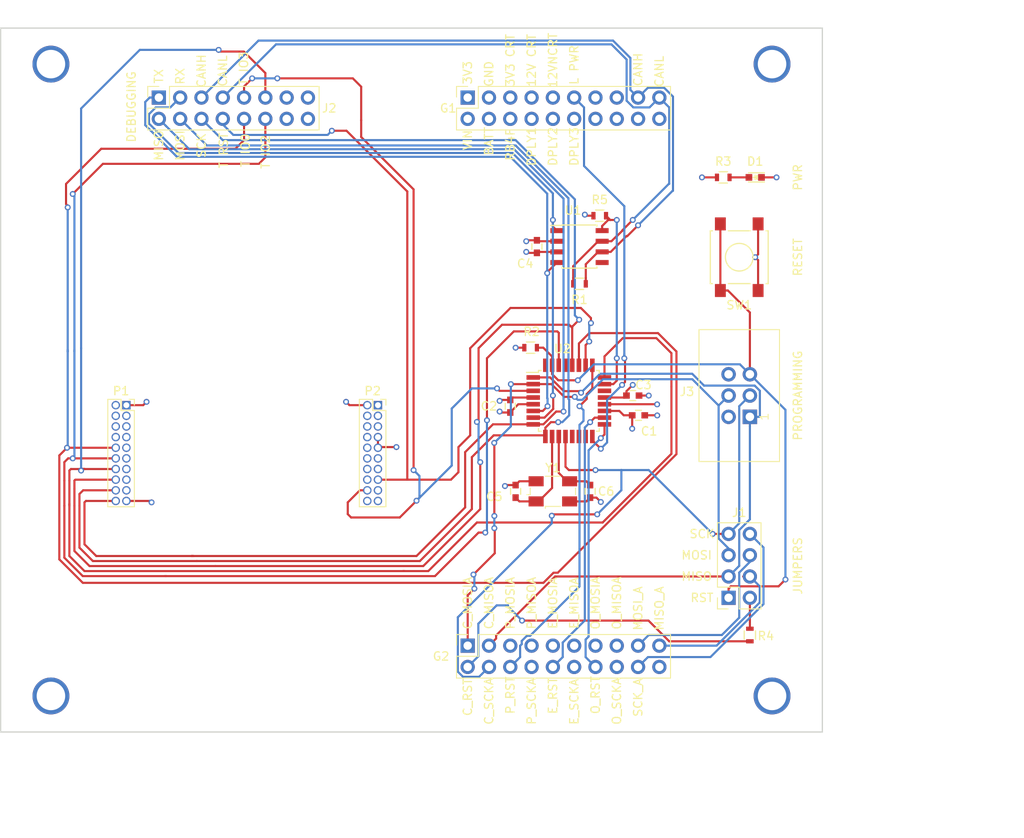
<source format=kicad_pcb>
(kicad_pcb (version 4) (host pcbnew 4.0.6)
  (layers (0 F.Cu signal) (1 GND power hide) (2 VCC power hide) (31 B.Cu signal) (34 B.Paste user) (35 F.Paste user) (36 B.SilkS user) (37 F.SilkS user) (38 B.Mask user) (39 F.Mask user) (44 Edge.Cuts user))
  (net 0 "")
  (net 1 GND)
  (net 2 +3V3)
  (net 3 "Net-(C5-Pad2)")
  (net 4 "Net-(C6-Pad2)")
  (net 5 "Net-(D1-Pad2)")
  (net 6 /VIN)
  (net 7 /BATT)
  (net 8 /3V3NONCRIT)
  (net 9 /RB4FLIGHT)
  (net 10 /12VCRIT)
  (net 11 /DEPLOY1)
  (net 12 /12VNONCRIT)
  (net 13 /DEPLOY2)
  (net 14 /LOPWR)
  (net 15 /DEPLOY3)
  (net 16 "Net-(G1-Pad13)")
  (net 17 "Net-(G1-Pad14)")
  (net 18 "Net-(G1-Pad15)")
  (net 19 "Net-(G1-Pad16)")
  (net 20 "Net-(G1-Pad18)")
  (net 21 "Net-(G1-Pad20)")
  (net 22 /COM_RST)
  (net 23 /PAY_MOSI_A)
  (net 24 /PAY_RST)
  (net 25 /PAY_MISO_A)
  (net 26 /PAY_SCK_A)
  (net 27 /EPS_MOSI_A)
  (net 28 /EPS_RST)
  (net 29 /EPS_MISO_A)
  (net 30 /EPS_SCK_A)
  (net 31 /OBC_MOSI_A)
  (net 32 /OBC_MISO_A)
  (net 33 /OBC_SCK_A)
  (net 34 /MOSI_A_COMMON)
  (net 35 /SCK_A_COMMON)
  (net 36 /MISO_A_COMMON)
  (net 37 "Net-(G2-Pad20)")
  (net 38 /RST)
  (net 39 /MISO_A)
  (net 40 /MOSI_A)
  (net 41 /SCK_A)
  (net 42 /TX_CAN)
  (net 43 /MISO)
  (net 44 /RX_CAN)
  (net 45 /MOSI)
  (net 46 /SCK)
  (net 47 "Net-(J2-Pad13)")
  (net 48 "Net-(J2-Pad14)")
  (net 49 "Net-(J2-Pad15)")
  (net 50 "Net-(J2-Pad16)")
  (net 51 /CANH)
  (net 52 /CANL)
  (net 53 /OBC_RST)
  (net 54 "Net-(U1-Pad5)")
  (net 55 "Net-(U2-Pad13)")
  (net 56 "Net-(U2-Pad14)")
  (net 57 "Net-(U2-Pad15)")
  (net 58 "Net-(U2-Pad29)")
  (net 59 "Net-(U2-Pad32)")
  (net 60 "Net-(J1-Pad2)")
  (net 61 /CAN_LPWR)
  (net 62 "Net-(P1-Pad2)")
  (net 63 "Net-(P1-Pad3)")
  (net 64 "Net-(P1-Pad4)")
  (net 65 "Net-(P1-Pad5)")
  (net 66 "Net-(P1-Pad6)")
  (net 67 "Net-(P1-Pad7)")
  (net 68 "Net-(P1-Pad8)")
  (net 69 "Net-(P1-Pad9)")
  (net 70 /TRC_GPIO0)
  (net 71 "Net-(P1-Pad11)")
  (net 72 /TRC_GPIO2)
  (net 73 "Net-(P1-Pad13)")
  (net 74 /CS_TRC)
  (net 75 "Net-(P1-Pad15)")
  (net 76 "Net-(P1-Pad17)")
  (net 77 "Net-(P2-Pad1)")
  (net 78 "Net-(P2-Pad3)")
  (net 79 "Net-(P2-Pad4)")
  (net 80 "Net-(P2-Pad5)")
  (net 81 "Net-(P2-Pad6)")
  (net 82 "Net-(P2-Pad8)")
  (net 83 "Net-(P2-Pad10)")
  (net 84 "Net-(P2-Pad11)")
  (net 85 "Net-(P2-Pad12)")
  (net 86 "Net-(P2-Pad13)")
  (net 87 "Net-(P2-Pad14)")
  (net 88 /TRC_RST)
  (net 89 "Net-(P2-Pad16)")
  (net 90 "Net-(P2-Pad17)")
  (net 91 /TRC_GPIO3)
  (net 92 "Net-(P2-Pad19)")
  (net 93 "Net-(P2-Pad20)")
  (net 94 "Net-(U2-Pad22)")
  (module Housings_QFP:TQFP-32_7x7mm_Pitch0.8mm (layer F.Cu) (at 167.767 94.488)
    (fp_text reference U2 (at -0.762 -6.223) (layer F.SilkS))
    (fp_text value ATMEGA32M1-MU)
    (pad 1 smd rect (at -4.25 -2.8) (size 1.6 0.55) (layers F.Cu F.Paste F.Mask) (net 39 /MISO_A))
    (pad 2 smd rect (at -4.25 -2) (size 1.6 0.55) (layers F.Cu F.Paste F.Mask) (net 40 /MOSI_A))
    (pad 3 smd rect (at -4.25 -1.2) (size 1.6 0.55) (layers F.Cu F.Paste F.Mask) (net 91 /TRC_GPIO3))
    (pad 4 smd rect (at -4.25 -0.4) (size 1.6 0.55) (layers F.Cu F.Paste F.Mask) (net 2 +3V3))
    (pad 5 smd rect (at -4.25 0.4) (size 1.6 0.55) (layers F.Cu F.Paste F.Mask) (net 1 GND))
    (pad 6 smd rect (at -4.25 1.2) (size 1.6 0.55) (layers F.Cu F.Paste F.Mask) (net 42 /TX_CAN))
    (pad 7 smd rect (at -4.25 2) (size 1.6 0.55) (layers F.Cu F.Paste F.Mask) (net 44 /RX_CAN))
    (pad 8 smd rect (at -4.25 2.8) (size 1.6 0.55) (layers F.Cu F.Paste F.Mask) (net 43 /MISO))
    (pad 9 smd rect (at -2.8 4.25 90) (size 1.6 0.55) (layers F.Cu F.Paste F.Mask) (net 45 /MOSI))
    (pad 10 smd rect (at -2 4.25 90) (size 1.6 0.55) (layers F.Cu F.Paste F.Mask) (net 3 "Net-(C5-Pad2)"))
    (pad 11 smd rect (at -1.2 4.25 90) (size 1.6 0.55) (layers F.Cu F.Paste F.Mask) (net 4 "Net-(C6-Pad2)"))
    (pad 12 smd rect (at -0.4 4.25 90) (size 1.6 0.55) (layers F.Cu F.Paste F.Mask) (net 41 /SCK_A))
    (pad 13 smd rect (at 0.4 4.25 90) (size 1.6 0.55) (layers F.Cu F.Paste F.Mask) (net 55 "Net-(U2-Pad13)"))
    (pad 14 smd rect (at 1.2 4.25 90) (size 1.6 0.55) (layers F.Cu F.Paste F.Mask) (net 56 "Net-(U2-Pad14)"))
    (pad 15 smd rect (at 2 4.25 90) (size 1.6 0.55) (layers F.Cu F.Paste F.Mask) (net 57 "Net-(U2-Pad15)"))
    (pad 16 smd rect (at 2.8 4.25 90) (size 1.6 0.55) (layers F.Cu F.Paste F.Mask) (net 14 /LOPWR))
    (pad 17 smd rect (at 4.25 2.8) (size 1.6 0.55) (layers F.Cu F.Paste F.Mask) (net 53 /OBC_RST))
    (pad 18 smd rect (at 4.25 2) (size 1.6 0.55) (layers F.Cu F.Paste F.Mask) (net 28 /EPS_RST))
    (pad 19 smd rect (at 4.25 1.2) (size 1.6 0.55) (layers F.Cu F.Paste F.Mask) (net 2 +3V3))
    (pad 20 smd rect (at 4.25 0.4) (size 1.6 0.55) (layers F.Cu F.Paste F.Mask) (net 1 GND))
    (pad 21 smd rect (at 4.25 -0.4) (size 1.6 0.55) (layers F.Cu F.Paste F.Mask) (net 2 +3V3))
    (pad 22 smd rect (at 4.25 -1.2) (size 1.6 0.55) (layers F.Cu F.Paste F.Mask) (net 94 "Net-(U2-Pad22)"))
    (pad 23 smd rect (at 4.25 -2) (size 1.6 0.55) (layers F.Cu F.Paste F.Mask) (net 61 /CAN_LPWR))
    (pad 24 smd rect (at 4.25 -2.8) (size 1.6 0.55) (layers F.Cu F.Paste F.Mask) (net 74 /CS_TRC))
    (pad 25 smd rect (at 2.8 -4.25 90) (size 1.6 0.55) (layers F.Cu F.Paste F.Mask) (net 24 /PAY_RST))
    (pad 26 smd rect (at 2 -4.25 90) (size 1.6 0.55) (layers F.Cu F.Paste F.Mask) (net 88 /TRC_RST))
    (pad 27 smd rect (at 1.2 -4.25 90) (size 1.6 0.55) (layers F.Cu F.Paste F.Mask) (net 70 /TRC_GPIO0))
    (pad 28 smd rect (at 0.4 -4.25 90) (size 1.6 0.55) (layers F.Cu F.Paste F.Mask) (net 46 /SCK))
    (pad 29 smd rect (at -0.4 -4.25 90) (size 1.6 0.55) (layers F.Cu F.Paste F.Mask) (net 58 "Net-(U2-Pad29)"))
    (pad 30 smd rect (at -1.2 -4.25 90) (size 1.6 0.55) (layers F.Cu F.Paste F.Mask) (net 72 /TRC_GPIO2))
    (pad 31 smd rect (at -2 -4.25 90) (size 1.6 0.55) (layers F.Cu F.Paste F.Mask) (net 38 /RST))
    (pad 32 smd rect (at -2.8 -4.25 90) (size 1.6 0.55) (layers F.Cu F.Paste F.Mask) (net 59 "Net-(U2-Pad32)"))
  )
  (module Resistors_SMD:R_0603 (layer F.Cu) (at 171.45 72.39)
    (fp_text reference R5 (at 0 -1.9 180) (layer F.SilkS))
    (fp_text value 1K)
    (pad 1 smd rect (at -0.75 0) (size 0.5 0.9) (layers F.Cu F.Paste F.Mask) (net 1 GND))
    (pad 2 smd rect (at 0.75 0) (size 0.5 0.9) (layers F.Cu F.Paste F.Mask) (net 61 /CAN_LPWR))
  )
  (module Socket_Strips:Socket_Strip_Straight_2x10_Pitch2.54mm (layer F.Cu) (at 155.702 123.698 90)
    (fp_text reference G2 (at -1.27 -3.175 180) (layer F.SilkS))
    (fp_text value "GENERAL CONN 2")
    (pad 1 thru_hole rect (at 0 0 90) (size 1.7 1.7) (drill 1) (layers *.Cu *.Mask) (net 40 /MOSI_A))
    (pad 2 thru_hole oval (at -2.54 0 90) (size 1.7 1.7) (drill 1) (layers *.Cu *.Mask) (net 22 /COM_RST))
    (pad 3 thru_hole oval (at 0 2.54 90) (size 1.7 1.7) (drill 1) (layers *.Cu *.Mask) (net 39 /MISO_A))
    (pad 4 thru_hole oval (at -2.54 2.54 90) (size 1.7 1.7) (drill 1) (layers *.Cu *.Mask) (net 41 /SCK_A))
    (pad 5 thru_hole oval (at 0 5.08 90) (size 1.7 1.7) (drill 1) (layers *.Cu *.Mask) (net 23 /PAY_MOSI_A))
    (pad 6 thru_hole oval (at -2.54 5.08 90) (size 1.7 1.7) (drill 1) (layers *.Cu *.Mask) (net 24 /PAY_RST))
    (pad 7 thru_hole oval (at 0 7.62 90) (size 1.7 1.7) (drill 1) (layers *.Cu *.Mask) (net 25 /PAY_MISO_A))
    (pad 8 thru_hole oval (at -2.54 7.62 90) (size 1.7 1.7) (drill 1) (layers *.Cu *.Mask) (net 26 /PAY_SCK_A))
    (pad 9 thru_hole oval (at 0 10.16 90) (size 1.7 1.7) (drill 1) (layers *.Cu *.Mask) (net 27 /EPS_MOSI_A))
    (pad 10 thru_hole oval (at -2.54 10.16 90) (size 1.7 1.7) (drill 1) (layers *.Cu *.Mask) (net 28 /EPS_RST))
    (pad 11 thru_hole oval (at 0 12.7 90) (size 1.7 1.7) (drill 1) (layers *.Cu *.Mask) (net 29 /EPS_MISO_A))
    (pad 12 thru_hole oval (at -2.54 12.7 90) (size 1.7 1.7) (drill 1) (layers *.Cu *.Mask) (net 30 /EPS_SCK_A))
    (pad 13 thru_hole oval (at 0 15.24 90) (size 1.7 1.7) (drill 1) (layers *.Cu *.Mask) (net 31 /OBC_MOSI_A))
    (pad 14 thru_hole oval (at -2.54 15.24 90) (size 1.7 1.7) (drill 1) (layers *.Cu *.Mask) (net 53 /OBC_RST))
    (pad 15 thru_hole oval (at 0 17.78 90) (size 1.7 1.7) (drill 1) (layers *.Cu *.Mask) (net 32 /OBC_MISO_A))
    (pad 16 thru_hole oval (at -2.54 17.78 90) (size 1.7 1.7) (drill 1) (layers *.Cu *.Mask) (net 33 /OBC_SCK_A))
    (pad 17 thru_hole oval (at 0 20.32 90) (size 1.7 1.7) (drill 1) (layers *.Cu *.Mask) (net 34 /MOSI_A_COMMON))
    (pad 18 thru_hole oval (at -2.54 20.32 90) (size 1.7 1.7) (drill 1) (layers *.Cu *.Mask) (net 35 /SCK_A_COMMON))
    (pad 19 thru_hole oval (at 0 22.86 90) (size 1.7 1.7) (drill 1) (layers *.Cu *.Mask) (net 36 /MISO_A_COMMON))
    (pad 20 thru_hole oval (at -2.54 22.86 90) (size 1.7 1.7) (drill 1) (layers *.Cu *.Mask) (net 37 "Net-(G2-Pad20)"))
  )
  (module Socket_Strips:Socket_Strip_Straight_2x10_Pitch2.54mm (layer F.Cu) (at 155.702 58.293 90)
    (fp_text reference G1 (at -1.27 -2.33 180) (layer F.SilkS))
    (fp_text value "GENERAL CONN 1")
    (pad 1 thru_hole rect (at 0 0 90) (size 1.7 1.7) (drill 1) (layers *.Cu *.Mask) (net 2 +3V3))
    (pad 2 thru_hole oval (at -2.54 0 90) (size 1.7 1.7) (drill 1) (layers *.Cu *.Mask) (net 6 /VIN))
    (pad 3 thru_hole oval (at 0 2.54 90) (size 1.7 1.7) (drill 1) (layers *.Cu *.Mask) (net 1 GND))
    (pad 4 thru_hole oval (at -2.54 2.54 90) (size 1.7 1.7) (drill 1) (layers *.Cu *.Mask) (net 7 /BATT))
    (pad 5 thru_hole oval (at 0 5.08 90) (size 1.7 1.7) (drill 1) (layers *.Cu *.Mask) (net 8 /3V3NONCRIT))
    (pad 6 thru_hole oval (at -2.54 5.08 90) (size 1.7 1.7) (drill 1) (layers *.Cu *.Mask) (net 9 /RB4FLIGHT))
    (pad 7 thru_hole oval (at 0 7.62 90) (size 1.7 1.7) (drill 1) (layers *.Cu *.Mask) (net 10 /12VCRIT))
    (pad 8 thru_hole oval (at -2.54 7.62 90) (size 1.7 1.7) (drill 1) (layers *.Cu *.Mask) (net 11 /DEPLOY1))
    (pad 9 thru_hole oval (at 0 10.16 90) (size 1.7 1.7) (drill 1) (layers *.Cu *.Mask) (net 12 /12VNONCRIT))
    (pad 10 thru_hole oval (at -2.54 10.16 90) (size 1.7 1.7) (drill 1) (layers *.Cu *.Mask) (net 13 /DEPLOY2))
    (pad 11 thru_hole oval (at 0 12.7 90) (size 1.7 1.7) (drill 1) (layers *.Cu *.Mask) (net 14 /LOPWR))
    (pad 12 thru_hole oval (at -2.54 12.7 90) (size 1.7 1.7) (drill 1) (layers *.Cu *.Mask) (net 15 /DEPLOY3))
    (pad 13 thru_hole oval (at 0 15.24 90) (size 1.7 1.7) (drill 1) (layers *.Cu *.Mask) (net 16 "Net-(G1-Pad13)"))
    (pad 14 thru_hole oval (at -2.54 15.24 90) (size 1.7 1.7) (drill 1) (layers *.Cu *.Mask) (net 17 "Net-(G1-Pad14)"))
    (pad 15 thru_hole oval (at 0 17.78 90) (size 1.7 1.7) (drill 1) (layers *.Cu *.Mask) (net 18 "Net-(G1-Pad15)"))
    (pad 16 thru_hole oval (at -2.54 17.78 90) (size 1.7 1.7) (drill 1) (layers *.Cu *.Mask) (net 19 "Net-(G1-Pad16)"))
    (pad 17 thru_hole oval (at 0 20.32 90) (size 1.7 1.7) (drill 1) (layers *.Cu *.Mask) (net 51 /CANH))
    (pad 18 thru_hole oval (at -2.54 20.32 90) (size 1.7 1.7) (drill 1) (layers *.Cu *.Mask) (net 20 "Net-(G1-Pad18)"))
    (pad 19 thru_hole oval (at 0 22.86 90) (size 1.7 1.7) (drill 1) (layers *.Cu *.Mask) (net 52 /CANL))
    (pad 20 thru_hole oval (at -2.54 22.86 90) (size 1.7 1.7) (drill 1) (layers *.Cu *.Mask) (net 21 "Net-(G1-Pad20)"))
  )
  (module Connectors:IDC_Header_Straight_6pins (layer F.Cu) (at 189.357 96.393 90)
    (fp_text reference J3 (at 3 -7.5 180) (layer F.SilkS))
    (fp_text value "PROGRAMMING PORT")
    (fp_text user 1 (at 0.02 1.72 90) (layer F.SilkS) (effects (font (thickness 0.12))))
    (pad 1 thru_hole rect (at 0 0 90) (size 1.7272 1.7272) (drill 1.016) (layers *.Cu *.Mask) (net 39 /MISO_A))
    (pad 2 thru_hole oval (at 0 -2.54 90) (size 1.7272 1.7272) (drill 1.016) (layers *.Cu *.Mask) (net 2 +3V3))
    (pad 3 thru_hole oval (at 2.54 0 90) (size 1.7272 1.7272) (drill 1.016) (layers *.Cu *.Mask) (net 41 /SCK_A))
    (pad 4 thru_hole oval (at 2.54 -2.54 90) (size 1.7272 1.7272) (drill 1.016) (layers *.Cu *.Mask) (net 40 /MOSI_A))
    (pad 5 thru_hole oval (at 5.08 0 90) (size 1.7272 1.7272) (drill 1.016) (layers *.Cu *.Mask) (net 38 /RST))
    (pad 6 thru_hole oval (at 5.08 -2.54 90) (size 1.7272 1.7272) (drill 1.016) (layers *.Cu *.Mask) (net 1 GND))
  )
  (module Buttons_Switches_SMD:SW_SPST_B3S-1000 (layer F.Cu) (at 188.087 77.343 90)
    (fp_text reference SW1 (at -5.715 0 180) (layer F.SilkS))
    (fp_text value SW_RST)
    (pad 1 smd rect (at -3.975 -2.25 90) (size 1.55 1.3) (layers F.Cu F.Paste F.Mask) (net 38 /RST))
    (pad 1 smd rect (at 3.975 -2.25 90) (size 1.55 1.3) (layers F.Cu F.Paste F.Mask) (net 38 /RST))
    (pad 2 smd rect (at -3.975 2.25 90) (size 1.55 1.3) (layers F.Cu F.Paste F.Mask) (net 1 GND))
    (pad 2 smd rect (at 3.975 2.25 90) (size 1.55 1.3) (layers F.Cu F.Paste F.Mask) (net 1 GND))
  )
  (module Socket_Strips:Socket_Strip_Straight_2x04_Pitch2.54mm (layer F.Cu) (at 186.817 117.983 180)
    (fp_text reference J1 (at -1.27 10.16 180) (layer F.SilkS))
    (fp_text value RST_JMP)
    (pad 1 thru_hole rect (at 0 0 180) (size 1.7 1.7) (drill 1) (layers *.Cu *.Mask) (net 38 /RST))
    (pad 2 thru_hole oval (at -2.54 0 180) (size 1.7 1.7) (drill 1) (layers *.Cu *.Mask) (net 60 "Net-(J1-Pad2)"))
    (pad 3 thru_hole oval (at 0 2.54 180) (size 1.7 1.7) (drill 1) (layers *.Cu *.Mask) (net 39 /MISO_A))
    (pad 4 thru_hole oval (at -2.54 2.54 180) (size 1.7 1.7) (drill 1) (layers *.Cu *.Mask) (net 36 /MISO_A_COMMON))
    (pad 5 thru_hole oval (at 0 5.08 180) (size 1.7 1.7) (drill 1) (layers *.Cu *.Mask) (net 40 /MOSI_A))
    (pad 6 thru_hole oval (at -2.54 5.08 180) (size 1.7 1.7) (drill 1) (layers *.Cu *.Mask) (net 34 /MOSI_A_COMMON))
    (pad 7 thru_hole oval (at 0 7.62 180) (size 1.7 1.7) (drill 1) (layers *.Cu *.Mask) (net 41 /SCK_A))
    (pad 8 thru_hole oval (at -2.54 7.62 180) (size 1.7 1.7) (drill 1) (layers *.Cu *.Mask) (net 35 /SCK_A_COMMON))
  )
  (module Capacitors_SMD:C_0603 (layer F.Cu) (at 176.07 96.21 180)
    (fp_text reference C1 (at -1.27 -1.9 180) (layer F.SilkS))
    (fp_text value "0.1 uF")
    (pad 1 smd rect (at -0.75 0 180) (size 0.8 0.75) (layers F.Cu F.Paste F.Mask) (net 1 GND))
    (pad 2 smd rect (at 0.75 0 180) (size 0.8 0.75) (layers F.Cu F.Paste F.Mask) (net 2 +3V3))
  )
  (module Capacitors_SMD:C_0603 (layer F.Cu) (at 160.782 95.123 90)
    (fp_text reference C2 (at 0 -2.54 180) (layer F.SilkS))
    (fp_text value "0.1 uF")
    (pad 1 smd rect (at -0.75 0 90) (size 0.8 0.75) (layers F.Cu F.Paste F.Mask) (net 1 GND))
    (pad 2 smd rect (at 0.75 0 90) (size 0.8 0.75) (layers F.Cu F.Paste F.Mask) (net 2 +3V3))
  )
  (module Capacitors_SMD:C_0603 (layer F.Cu) (at 175.387 93.853 180)
    (fp_text reference C3 (at -1.27 1.27 180) (layer F.SilkS))
    (fp_text value "0.1 uF")
    (pad 1 smd rect (at -0.75 0 180) (size 0.8 0.75) (layers F.Cu F.Paste F.Mask) (net 1 GND))
    (pad 2 smd rect (at 0.75 0 180) (size 0.8 0.75) (layers F.Cu F.Paste F.Mask) (net 2 +3V3))
  )
  (module Capacitors_SMD:C_0603 (layer F.Cu) (at 163.957 76.073 90)
    (fp_text reference C4 (at -2.032 -1.397 180) (layer F.SilkS))
    (fp_text value 0.1uF)
    (pad 1 smd rect (at -0.75 0 90) (size 0.8 0.75) (layers F.Cu F.Paste F.Mask) (net 2 +3V3))
    (pad 2 smd rect (at 0.75 0 90) (size 0.8 0.75) (layers F.Cu F.Paste F.Mask) (net 1 GND))
  )
  (module Capacitors_SMD:C_0603 (layer F.Cu) (at 161.417 105.283 270)
    (fp_text reference C5 (at 0.635 2.54 360) (layer F.SilkS))
    (fp_text value 22pF)
    (pad 1 smd rect (at -0.75 0 270) (size 0.8 0.75) (layers F.Cu F.Paste F.Mask) (net 1 GND))
    (pad 2 smd rect (at 0.75 0 270) (size 0.8 0.75) (layers F.Cu F.Paste F.Mask) (net 3 "Net-(C5-Pad2)"))
  )
  (module Capacitors_SMD:C_0603 (layer F.Cu) (at 170.307 105.283 90)
    (fp_text reference C6 (at 0 1.905 180) (layer F.SilkS))
    (fp_text value 22pF)
    (pad 1 smd rect (at -0.75 0 90) (size 0.8 0.75) (layers F.Cu F.Paste F.Mask) (net 1 GND))
    (pad 2 smd rect (at 0.75 0 90) (size 0.8 0.75) (layers F.Cu F.Paste F.Mask) (net 4 "Net-(C6-Pad2)"))
  )
  (module LEDs:LED_0603 (layer F.Cu) (at 189.992 67.818 180)
    (fp_text reference D1 (at 0 1.905 360) (layer F.SilkS))
    (fp_text value PWR_LED)
    (pad 2 smd rect (at 0.7493 0) (size 0.79756 0.79756) (layers F.Cu F.Paste F.Mask) (net 5 "Net-(D1-Pad2)"))
    (pad 1 smd rect (at -0.7493 0) (size 0.79756 0.79756) (layers F.Cu F.Paste F.Mask) (net 1 GND))
  )
  (module Socket_Strips:Socket_Strip_Straight_2x08_Pitch2.54mm (layer F.Cu) (at 118.872 58.293 90)
    (fp_text reference J2 (at -1.27 20.32 180) (layer F.SilkS))
    (fp_text value "DEBUG CONN")
    (pad 1 thru_hole rect (at 0 0 90) (size 1.7 1.7) (drill 1) (layers *.Cu *.Mask) (net 42 /TX_CAN))
    (pad 2 thru_hole oval (at -2.54 0 90) (size 1.7 1.7) (drill 1) (layers *.Cu *.Mask) (net 43 /MISO))
    (pad 3 thru_hole oval (at 0 2.54 90) (size 1.7 1.7) (drill 1) (layers *.Cu *.Mask) (net 44 /RX_CAN))
    (pad 4 thru_hole oval (at -2.54 2.54 90) (size 1.7 1.7) (drill 1) (layers *.Cu *.Mask) (net 45 /MOSI))
    (pad 5 thru_hole oval (at 0 5.08 90) (size 1.7 1.7) (drill 1) (layers *.Cu *.Mask) (net 51 /CANH))
    (pad 6 thru_hole oval (at -2.54 5.08 90) (size 1.7 1.7) (drill 1) (layers *.Cu *.Mask) (net 46 /SCK))
    (pad 7 thru_hole oval (at 0 7.62 90) (size 1.7 1.7) (drill 1) (layers *.Cu *.Mask) (net 52 /CANL))
    (pad 8 thru_hole oval (at -2.54 7.62 90) (size 1.7 1.7) (drill 1) (layers *.Cu *.Mask) (net 88 /TRC_RST))
    (pad 9 thru_hole oval (at 0 10.16 90) (size 1.7 1.7) (drill 1) (layers *.Cu *.Mask) (net 91 /TRC_GPIO3))
    (pad 10 thru_hole oval (at -2.54 10.16 90) (size 1.7 1.7) (drill 1) (layers *.Cu *.Mask) (net 70 /TRC_GPIO0))
    (pad 11 thru_hole oval (at 0 12.7 90) (size 1.7 1.7) (drill 1) (layers *.Cu *.Mask) (net 74 /CS_TRC))
    (pad 12 thru_hole oval (at -2.54 12.7 90) (size 1.7 1.7) (drill 1) (layers *.Cu *.Mask) (net 72 /TRC_GPIO2))
    (pad 13 thru_hole oval (at 0 15.24 90) (size 1.7 1.7) (drill 1) (layers *.Cu *.Mask) (net 47 "Net-(J2-Pad13)"))
    (pad 14 thru_hole oval (at -2.54 15.24 90) (size 1.7 1.7) (drill 1) (layers *.Cu *.Mask) (net 48 "Net-(J2-Pad14)"))
    (pad 15 thru_hole oval (at 0 17.78 90) (size 1.7 1.7) (drill 1) (layers *.Cu *.Mask) (net 49 "Net-(J2-Pad15)"))
    (pad 16 thru_hole oval (at -2.54 17.78 90) (size 1.7 1.7) (drill 1) (layers *.Cu *.Mask) (net 50 "Net-(J2-Pad16)"))
  )
  (module Resistors_SMD:R_0603 (layer F.Cu) (at 169.037 80.518 180)
    (fp_text reference R1 (at 0 -1.9 180) (layer F.SilkS))
    (fp_text value 120R)
    (pad 1 smd rect (at -0.75 0 180) (size 0.5 0.9) (layers F.Cu F.Paste F.Mask) (net 51 /CANH))
    (pad 2 smd rect (at 0.75 0 180) (size 0.5 0.9) (layers F.Cu F.Paste F.Mask) (net 52 /CANL))
  )
  (module Resistors_SMD:R_0603 (layer F.Cu) (at 163.207 88.138)
    (fp_text reference R2 (at 0.115 -1.905) (layer F.SilkS))
    (fp_text value 10K)
    (pad 1 smd rect (at -0.75 0) (size 0.5 0.9) (layers F.Cu F.Paste F.Mask) (net 2 +3V3))
    (pad 2 smd rect (at 0.75 0) (size 0.5 0.9) (layers F.Cu F.Paste F.Mask) (net 38 /RST))
  )
  (module Resistors_SMD:R_0603 (layer F.Cu) (at 186.182 67.818)
    (fp_text reference R3 (at 0 -1.905 180) (layer F.SilkS))
    (fp_text value 120R)
    (pad 1 smd rect (at -0.75 0) (size 0.5 0.9) (layers F.Cu F.Paste F.Mask) (net 2 +3V3))
    (pad 2 smd rect (at 0.75 0) (size 0.5 0.9) (layers F.Cu F.Paste F.Mask) (net 5 "Net-(D1-Pad2)"))
  )
  (module Resistors_SMD:R_0603 (layer F.Cu) (at 189.357 122.428 90)
    (fp_text reference R4 (at -0.115 1.905 180) (layer F.SilkS))
    (fp_text value 120R)
    (pad 1 smd rect (at -0.75 0 90) (size 0.5 0.9) (layers F.Cu F.Paste F.Mask) (net 22 /COM_RST))
    (pad 2 smd rect (at 0.75 0 90) (size 0.5 0.9) (layers F.Cu F.Paste F.Mask) (net 60 "Net-(J1-Pad2)"))
  )
  (module Housings_SOIC:SOIC-8_3.9x4.9mm_Pitch1.27mm (layer F.Cu) (at 169.037 76.073)
    (fp_text reference U1 (at -0.762 -4.318) (layer F.SilkS))
    (fp_text value SN65HVD230)
    (pad 1 smd rect (at -2.7 -1.905) (size 1.55 0.6) (layers F.Cu F.Paste F.Mask) (net 44 /RX_CAN))
    (pad 2 smd rect (at -2.7 -0.635) (size 1.55 0.6) (layers F.Cu F.Paste F.Mask) (net 1 GND))
    (pad 3 smd rect (at -2.7 0.635) (size 1.55 0.6) (layers F.Cu F.Paste F.Mask) (net 2 +3V3))
    (pad 4 smd rect (at -2.7 1.905) (size 1.55 0.6) (layers F.Cu F.Paste F.Mask) (net 42 /TX_CAN))
    (pad 5 smd rect (at 2.7 1.905) (size 1.55 0.6) (layers F.Cu F.Paste F.Mask) (net 54 "Net-(U1-Pad5)"))
    (pad 6 smd rect (at 2.7 0.635) (size 1.55 0.6) (layers F.Cu F.Paste F.Mask) (net 51 /CANH))
    (pad 7 smd rect (at 2.7 -0.635) (size 1.55 0.6) (layers F.Cu F.Paste F.Mask) (net 52 /CANL))
    (pad 8 smd rect (at 2.7 -1.905) (size 1.55 0.6) (layers F.Cu F.Paste F.Mask) (net 61 /CAN_LPWR))
  )
  (module Crystals:Crystal_SMD_Abracon_ABM3B-4pin_5.0x3.2mm (layer F.Cu) (at 165.862 105.283)
    (fp_text reference Y1 (at 0 -2.8) (layer F.SilkS))
    (fp_text value 8MHz)
    (pad 1 smd rect (at -2 1.2) (size 1.8 1.2) (layers F.Cu F.Mask) (net 3 "Net-(C5-Pad2)"))
    (pad 2 smd rect (at 2 1.2) (size 1.8 1.2) (layers F.Cu F.Mask) (net 1 GND))
    (pad 3 smd rect (at 2 -1.2) (size 1.8 1.2) (layers F.Cu F.Mask) (net 4 "Net-(C6-Pad2)"))
    (pad 4 smd rect (at -2 -1.2) (size 1.8 1.2) (layers F.Cu F.Mask) (net 1 GND))
  )
  (module Socket_Strips:Socket_Strip_Straight_2x10_Pitch1.27mm (layer F.Cu) (at 115 95)
    (fp_text reference P1 (at -0.635 -1.695) (layer F.SilkS))
    (fp_text value CONN_02X10)
    (pad 1 thru_hole rect (at 0 0) (size 1 1) (drill 0.7) (layers *.Cu *.Mask) (net 1 GND))
    (pad 2 thru_hole oval (at -1.27 0) (size 1 1) (drill 0.7) (layers *.Cu *.Mask) (net 62 "Net-(P1-Pad2)"))
    (pad 3 thru_hole oval (at 0 1.27) (size 1 1) (drill 0.7) (layers *.Cu *.Mask) (net 63 "Net-(P1-Pad3)"))
    (pad 4 thru_hole oval (at -1.27 1.27) (size 1 1) (drill 0.7) (layers *.Cu *.Mask) (net 64 "Net-(P1-Pad4)"))
    (pad 5 thru_hole oval (at 0 2.54) (size 1 1) (drill 0.7) (layers *.Cu *.Mask) (net 65 "Net-(P1-Pad5)"))
    (pad 6 thru_hole oval (at -1.27 2.54) (size 1 1) (drill 0.7) (layers *.Cu *.Mask) (net 66 "Net-(P1-Pad6)"))
    (pad 7 thru_hole oval (at 0 3.81) (size 1 1) (drill 0.7) (layers *.Cu *.Mask) (net 67 "Net-(P1-Pad7)"))
    (pad 8 thru_hole oval (at -1.27 3.81) (size 1 1) (drill 0.7) (layers *.Cu *.Mask) (net 68 "Net-(P1-Pad8)"))
    (pad 9 thru_hole oval (at 0 5.08) (size 1 1) (drill 0.7) (layers *.Cu *.Mask) (net 69 "Net-(P1-Pad9)"))
    (pad 10 thru_hole oval (at -1.27 5.08) (size 1 1) (drill 0.7) (layers *.Cu *.Mask) (net 70 /TRC_GPIO0))
    (pad 11 thru_hole oval (at 0 6.35) (size 1 1) (drill 0.7) (layers *.Cu *.Mask) (net 71 "Net-(P1-Pad11)"))
    (pad 12 thru_hole oval (at -1.27 6.35) (size 1 1) (drill 0.7) (layers *.Cu *.Mask) (net 72 /TRC_GPIO2))
    (pad 13 thru_hole oval (at 0 7.62) (size 1 1) (drill 0.7) (layers *.Cu *.Mask) (net 73 "Net-(P1-Pad13)"))
    (pad 14 thru_hole oval (at -1.27 7.62) (size 1 1) (drill 0.7) (layers *.Cu *.Mask) (net 74 /CS_TRC))
    (pad 15 thru_hole oval (at 0 8.89) (size 1 1) (drill 0.7) (layers *.Cu *.Mask) (net 75 "Net-(P1-Pad15)"))
    (pad 16 thru_hole oval (at -1.27 8.89) (size 1 1) (drill 0.7) (layers *.Cu *.Mask) (net 46 /SCK))
    (pad 17 thru_hole oval (at 0 10.16) (size 1 1) (drill 0.7) (layers *.Cu *.Mask) (net 76 "Net-(P1-Pad17)"))
    (pad 18 thru_hole oval (at -1.27 10.16) (size 1 1) (drill 0.7) (layers *.Cu *.Mask) (net 45 /MOSI))
    (pad 19 thru_hole oval (at 0 11.43) (size 1 1) (drill 0.7) (layers *.Cu *.Mask) (net 1 GND))
    (pad 20 thru_hole oval (at -1.27 11.43) (size 1 1) (drill 0.7) (layers *.Cu *.Mask) (net 43 /MISO))
  )
  (module Socket_Strips:Socket_Strip_Straight_2x10_Pitch1.27mm (layer F.Cu) (at 145 95)
    (fp_text reference P2 (at -0.635 -1.695) (layer F.SilkS))
    (fp_text value CONN_02X10)
    (pad 1 thru_hole rect (at 0 0) (size 1 1) (drill 0.7) (layers *.Cu *.Mask) (net 77 "Net-(P2-Pad1)"))
    (pad 2 thru_hole oval (at -1.27 0) (size 1 1) (drill 0.7) (layers *.Cu *.Mask) (net 1 GND))
    (pad 3 thru_hole oval (at 0 1.27) (size 1 1) (drill 0.7) (layers *.Cu *.Mask) (net 78 "Net-(P2-Pad3)"))
    (pad 4 thru_hole oval (at -1.27 1.27) (size 1 1) (drill 0.7) (layers *.Cu *.Mask) (net 79 "Net-(P2-Pad4)"))
    (pad 5 thru_hole oval (at 0 2.54) (size 1 1) (drill 0.7) (layers *.Cu *.Mask) (net 80 "Net-(P2-Pad5)"))
    (pad 6 thru_hole oval (at -1.27 2.54) (size 1 1) (drill 0.7) (layers *.Cu *.Mask) (net 81 "Net-(P2-Pad6)"))
    (pad 7 thru_hole oval (at 0 3.81) (size 1 1) (drill 0.7) (layers *.Cu *.Mask) (net 2 +3V3))
    (pad 8 thru_hole oval (at -1.27 3.81) (size 1 1) (drill 0.7) (layers *.Cu *.Mask) (net 82 "Net-(P2-Pad8)"))
    (pad 9 thru_hole oval (at 0 5.08) (size 1 1) (drill 0.7) (layers *.Cu *.Mask) (net 2 +3V3))
    (pad 10 thru_hole oval (at -1.27 5.08) (size 1 1) (drill 0.7) (layers *.Cu *.Mask) (net 83 "Net-(P2-Pad10)"))
    (pad 11 thru_hole oval (at 0 6.35) (size 1 1) (drill 0.7) (layers *.Cu *.Mask) (net 84 "Net-(P2-Pad11)"))
    (pad 12 thru_hole oval (at -1.27 6.35) (size 1 1) (drill 0.7) (layers *.Cu *.Mask) (net 85 "Net-(P2-Pad12)"))
    (pad 13 thru_hole oval (at 0 7.62) (size 1 1) (drill 0.7) (layers *.Cu *.Mask) (net 86 "Net-(P2-Pad13)"))
    (pad 14 thru_hole oval (at -1.27 7.62) (size 1 1) (drill 0.7) (layers *.Cu *.Mask) (net 87 "Net-(P2-Pad14)"))
    (pad 15 thru_hole oval (at 0 8.89) (size 1 1) (drill 0.7) (layers *.Cu *.Mask) (net 88 /TRC_RST))
    (pad 16 thru_hole oval (at -1.27 8.89) (size 1 1) (drill 0.7) (layers *.Cu *.Mask) (net 89 "Net-(P2-Pad16)"))
    (pad 17 thru_hole oval (at 0 10.16) (size 1 1) (drill 0.7) (layers *.Cu *.Mask) (net 90 "Net-(P2-Pad17)"))
    (pad 18 thru_hole oval (at -1.27 10.16) (size 1 1) (drill 0.7) (layers *.Cu *.Mask) (net 91 /TRC_GPIO3))
    (pad 19 thru_hole oval (at 0 11.43) (size 1 1) (drill 0.7) (layers *.Cu *.Mask) (net 92 "Net-(P2-Pad19)"))
    (pad 20 thru_hole oval (at -1.27 11.43) (size 1 1) (drill 0.7) (layers *.Cu *.Mask) (net 93 "Net-(P2-Pad20)"))
  )
  (gr_text "T IO3\n" (at 129 54.8 90) (layer F.SilkS) (effects (font (size 1 1))))
  (gr_text "T IO2\n" (at 131.6 64.8 90) (layer F.SilkS) (effects (font (size 1 1))))
  (gr_text "T IO0\n" (at 129.2 64.6 90) (layer F.SilkS) (effects (font (size 1 1))))
  (gr_text "T RST\n" (at 126.6 64.6 90) (layer F.SilkS) (effects (font (size 1 1))))
  (gr_text RST (at 183.642 117.983) (layer F.SilkS) (effects (font (size 1 1))))
  (gr_text MISO (at 183.007 115.443) (layer F.SilkS) (effects (font (size 1 1))))
  (gr_text MOSI (at 183.007 112.903) (layer F.SilkS) (effects (font (size 1 1))))
  (gr_text SCK (at 183.642 110.363) (layer F.SilkS) (effects (font (size 1 1))))
  (gr_text MISO_A (at 178.562 119.253 90) (layer F.SilkS) (effects (font (size 1 1))))
  (gr_text CANL (at 126.492 55.118 90) (layer F.SilkS) (effects (font (size 1 1))))
  (gr_text CANH (at 123.952 55.118 90) (layer F.SilkS) (effects (font (size 1 1))))
  (gr_text RX (at 121.412 55.753 90) (layer F.SilkS) (effects (font (size 1 1))))
  (gr_text TX (at 118.872 55.753 90) (layer F.SilkS) (effects (font (size 1 1))))
  (gr_text SCK (at 123.952 64.008 90) (layer F.SilkS) (effects (font (size 1 1))))
  (gr_text MOSI (at 121.412 64.008 90) (layer F.SilkS) (effects (font (size 1 1))))
  (gr_text MISO (at 118.872 64.008 90) (layer F.SilkS) (effects (font (size 1 1))))
  (gr_text DEBUGGING (at 115.6 59.4 90) (layer F.SilkS) (effects (font (size 1 1))))
  (gr_text JUMPERS (at 195.072 114.173 90) (layer F.SilkS) (effects (font (size 1 1))))
  (gr_text RESET (at 195.072 77.343 90) (layer F.SilkS) (effects (font (size 1 1))))
  (gr_text PROGRAMMING (at 195.072 93.853 90) (layer F.SilkS) (effects (font (size 1 1))))
  (gr_text C_MOSIA (at 155.702 118.618 90) (layer F.SilkS) (effects (font (size 1 1))))
  (gr_text C_MISOA (at 158.242 118.618 90) (layer F.SilkS) (effects (font (size 1 1))))
  (gr_text P_MOSIA (at 160.782 118.618 90) (layer F.SilkS) (effects (font (size 1 1))))
  (gr_text P_MISOA (at 163.322 118.618 90) (layer F.SilkS) (effects (font (size 1 1))))
  (gr_text E_MOSIA (at 165.862 118.618 90) (layer F.SilkS) (effects (font (size 1 1))))
  (gr_text E_MISOA (at 168.402 118.618 90) (layer F.SilkS) (effects (font (size 1 1))))
  (gr_text O_MOSIA (at 170.942 118.618 90) (layer F.SilkS) (effects (font (size 1 1))))
  (gr_text O_MISOA (at 173.482 118.618 90) (layer F.SilkS) (effects (font (size 1 1))))
  (gr_text MOSI_A (at 176.022 119.253 90) (layer F.SilkS) (effects (font (size 1 1))))
  (gr_text SCK_A (at 176.022 127.508 90) (layer F.SilkS) (effects (font (size 1 1)) (justify right)))
  (gr_text O_SCKA (at 173.482 133.223 90) (layer F.SilkS) (effects (font (size 1 1)) (justify left)))
  (gr_text O_RST (at 170.942 131.953 90) (layer F.SilkS) (effects (font (size 1 1)) (justify left)))
  (gr_text E_SCKA (at 168.402 133.223 90) (layer F.SilkS) (effects (font (size 1 1)) (justify left)))
  (gr_text E_RST (at 165.862 131.953 90) (layer F.SilkS) (effects (font (size 1 1)) (justify left)))
  (gr_text P_SCKA (at 163.322 133.223 90) (layer F.SilkS) (effects (font (size 1 1)) (justify left)))
  (gr_text P_RST (at 160.782 131.953 90) (layer F.SilkS) (effects (font (size 1 1)) (justify left)))
  (gr_text C_SCKA (at 158.242 133.223 90) (layer F.SilkS) (effects (font (size 1 1)) (justify left)))
  (gr_text C_RST (at 155.702 127.508 90) (layer F.SilkS) (effects (font (size 1 1)) (justify right)))
  (gr_text CANH (at 176.022 57.023 90) (layer F.SilkS) (effects (font (size 1 1)) (justify left)))
  (gr_text CANL (at 178.562 53.213 90) (layer F.SilkS) (effects (font (size 1 1)) (justify right)))
  (gr_text "L PWR" (at 168.402 51.943 90) (layer F.SilkS) (effects (font (size 1 1)) (justify right)))
  (gr_text 12VNCRT (at 165.862 53.848 90) (layer F.SilkS) (effects (font (size 1 1))))
  (gr_text "3V3 CRT" (at 160.782 53.848 90) (layer F.SilkS) (effects (font (size 1 1))))
  (gr_text "12V CRT" (at 163.322 53.848 90) (layer F.SilkS) (effects (font (size 1 1))))
  (gr_text DPLY3 (at 168.402 66.548 90) (layer F.SilkS) (effects (font (size 1 1)) (justify left)))
  (gr_text DPLY2 (at 165.862 66.548 90) (layer F.SilkS) (effects (font (size 1 1)) (justify left)))
  (gr_text DPLY1 (at 163.322 66.548 90) (layer F.SilkS) (effects (font (size 1 1)) (justify left)))
  (gr_text RB4F (at 160.782 65.913 90) (layer F.SilkS) (effects (font (size 1 1)) (justify left)))
  (gr_text BATT (at 158.242 65.278 90) (layer F.SilkS) (effects (font (size 1 1)) (justify left)))
  (gr_text VIN (at 155.702 64.643 90) (layer F.SilkS) (effects (font (size 1 1)) (justify left)))
  (gr_text 3V3 (at 155.702 53.848 90) (layer F.SilkS) (effects (font (size 1 1)) (justify right)))
  (gr_text GND (at 158.242 53.848 90) (layer F.SilkS) (effects (font (size 1 1)) (justify right)))
  (gr_text PWR (at 195.072 67.818 90) (layer F.SilkS) (effects (font (size 1 1))))
  (gr_line (start 100 134) (end 198 134) (angle 90) (layer Edge.Cuts) (width 0.15))
  (gr_line (start 100 50) (end 100 134) (angle 90) (layer Edge.Cuts) (width 0.15))
  (gr_line (start 198 50) (end 198 134) (angle 90) (layer Edge.Cuts) (width 0.15))
  (gr_line (start 100 50) (end 198 50) (angle 90) (layer Edge.Cuts) (width 0.15))
  (via (at 192 54.3) (size 4.4) (drill 3.4) (layers F.Cu B.Cu) (net 0))
  (via (at 192 129.7) (size 4.4) (drill 3.4) (layers F.Cu B.Cu) (net 0))
  (via (at 106 129.7) (size 4.4) (drill 3.4) (layers F.Cu B.Cu) (net 0))
  (via (at 106 54.3) (size 4.4) (drill 3.4) (layers F.Cu B.Cu) (net 0))
  (segment (start 178.294463 96.21) (end 178.309229 96.224766) (width 0.25) (layer F.Cu) (net 1))
  (segment (start 176.82 96.21) (end 178.294463 96.21) (width 0.25) (layer F.Cu) (net 1))
  (via (at 178.309229 96.224766) (size 0.7) (drill 0.4) (layers F.Cu B.Cu) (net 1))
  (segment (start 178.279843 94.888) (end 178.296946 94.905103) (width 0.25) (layer F.Cu) (net 1))
  (segment (start 172.017 94.888) (end 178.279843 94.888) (width 0.25) (layer F.Cu) (net 1))
  (via (at 178.296946 94.905103) (size 0.7) (drill 0.4) (layers F.Cu B.Cu) (net 1))
  (segment (start 115 106.43) (end 117.83 106.43) (width 0.25) (layer F.Cu) (net 1))
  (segment (start 118 106.6) (end 117.8 106.4) (width 0.25) (layer B.Cu) (net 1))
  (via (at 118 106.6) (size 0.7) (drill 0.4) (layers F.Cu B.Cu) (net 1))
  (segment (start 117.83 106.43) (end 118 106.6) (width 0.25) (layer F.Cu) (net 1))
  (segment (start 143.73 95) (end 141.6 95) (width 0.25) (layer F.Cu) (net 1))
  (via (at 141.2 94.6) (size 0.7) (drill 0.4) (layers F.Cu B.Cu) (net 1))
  (segment (start 141.6 95) (end 141.2 94.6) (width 0.25) (layer F.Cu) (net 1))
  (segment (start 115 95) (end 117 95) (width 0.25) (layer F.Cu) (net 1))
  (via (at 117.4 94.6) (size 0.7) (drill 0.4) (layers F.Cu B.Cu) (net 1))
  (segment (start 117 95) (end 117.4 94.6) (width 0.25) (layer F.Cu) (net 1))
  (segment (start 170.7 72.39) (end 169.799 72.39) (width 0.25) (layer F.Cu) (net 1))
  (segment (start 169.799 72.39) (end 169.672 72.263) (width 0.25) (layer F.Cu) (net 1))
  (via (at 169.672 72.263) (size 0.7) (drill 0.4) (layers F.Cu B.Cu) (net 1))
  (segment (start 163.957 75.323) (end 162.802 75.323) (width 0.25) (layer F.Cu) (net 1))
  (segment (start 162.802 75.323) (end 162.687 75.438) (width 0.25) (layer F.Cu) (net 1))
  (via (at 162.687 75.438) (size 0.7) (drill 0.4) (layers F.Cu B.Cu) (net 1))
  (segment (start 166.337 75.438) (end 164.072 75.438) (width 0.25) (layer F.Cu) (net 1))
  (segment (start 164.072 75.438) (end 163.957 75.323) (width 0.25) (layer F.Cu) (net 1))
  (segment (start 160.782 95.873) (end 159.627 95.873) (width 0.25) (layer F.Cu) (net 1))
  (segment (start 159.627 95.873) (end 159.512 95.758) (width 0.25) (layer F.Cu) (net 1))
  (via (at 159.512 95.758) (size 0.7) (drill 0.4) (layers F.Cu B.Cu) (net 1))
  (segment (start 163.517 94.888) (end 161.742 94.888) (width 0.25) (layer F.Cu) (net 1))
  (segment (start 161.742 94.888) (end 160.782 95.848) (width 0.25) (layer F.Cu) (net 1))
  (segment (start 160.782 95.848) (end 160.782 95.873) (width 0.25) (layer F.Cu) (net 1))
  (segment (start 176.137 93.853) (end 177.292 93.853) (width 0.25) (layer F.Cu) (net 1))
  (via (at 177.292 93.853) (size 0.7) (drill 0.4) (layers F.Cu B.Cu) (net 1))
  (segment (start 190.7413 67.818) (end 192.532 67.818) (width 0.25) (layer F.Cu) (net 1))
  (via (at 192.532 67.818) (size 0.7) (drill 0.4) (layers F.Cu B.Cu) (net 1))
  (segment (start 190.337 81.318) (end 190.337 77.688) (width 0.25) (layer F.Cu) (net 1))
  (segment (start 190.337 77.688) (end 189.992 77.343) (width 0.25) (layer F.Cu) (net 1))
  (segment (start 190.337 73.368) (end 190.337 76.998) (width 0.25) (layer F.Cu) (net 1))
  (segment (start 190.337 76.998) (end 189.992 77.343) (width 0.25) (layer F.Cu) (net 1))
  (via (at 189.992 77.343) (size 0.7) (drill 0.4) (layers F.Cu B.Cu) (net 1))
  (segment (start 161.417 104.533) (end 160.262 104.533) (width 0.25) (layer F.Cu) (net 1))
  (segment (start 160.262 104.533) (end 160.147 104.648) (width 0.25) (layer F.Cu) (net 1))
  (via (at 160.147 104.648) (size 0.7) (drill 0.4) (layers F.Cu B.Cu) (net 1))
  (segment (start 163.862 104.083) (end 161.867 104.083) (width 0.25) (layer F.Cu) (net 1))
  (segment (start 161.867 104.083) (end 161.417 104.533) (width 0.25) (layer F.Cu) (net 1))
  (segment (start 170.307 106.033) (end 171.057 106.033) (width 0.25) (layer F.Cu) (net 1))
  (segment (start 171.057 106.033) (end 171.577 106.553) (width 0.25) (layer F.Cu) (net 1))
  (via (at 171.577 106.553) (size 0.7) (drill 0.4) (layers F.Cu B.Cu) (net 1))
  (segment (start 167.862 106.483) (end 169.857 106.483) (width 0.25) (layer F.Cu) (net 1))
  (segment (start 169.857 106.483) (end 170.307 106.033) (width 0.25) (layer F.Cu) (net 1))
  (segment (start 175.32 97.802647) (end 175.320798 97.803445) (width 0.25) (layer F.Cu) (net 2))
  (segment (start 175.32 96.21) (end 175.32 97.802647) (width 0.25) (layer F.Cu) (net 2))
  (via (at 175.320798 97.803445) (size 0.7) (drill 0.4) (layers F.Cu B.Cu) (net 2))
  (segment (start 173.788 95.688) (end 174.31 96.21) (width 0.25) (layer F.Cu) (net 2))
  (segment (start 174.31 96.21) (end 175.32 96.21) (width 0.25) (layer F.Cu) (net 2))
  (segment (start 172.017 95.688) (end 173.788 95.688) (width 0.25) (layer F.Cu) (net 2))
  (segment (start 145 98.81) (end 145 100.08) (width 0.25) (layer F.Cu) (net 2))
  (segment (start 145 100.08) (end 145.08 100) (width 0.25) (layer F.Cu) (net 2))
  (segment (start 145.08 100) (end 147.2 100) (width 0.25) (layer F.Cu) (net 2))
  (via (at 147.2 100) (size 0.7) (drill 0.4) (layers F.Cu B.Cu) (net 2))
  (segment (start 162.457 88.138) (end 161.417 88.138) (width 0.25) (layer F.Cu) (net 2))
  (via (at 161.417 88.138) (size 0.7) (drill 0.4) (layers F.Cu B.Cu) (net 2))
  (segment (start 163.957 76.823) (end 162.802 76.823) (width 0.25) (layer F.Cu) (net 2))
  (via (at 162.687 76.708) (size 0.7) (drill 0.4) (layers F.Cu B.Cu) (net 2))
  (segment (start 162.802 76.823) (end 162.687 76.708) (width 0.25) (layer F.Cu) (net 2))
  (segment (start 166.337 76.708) (end 164.072 76.708) (width 0.25) (layer F.Cu) (net 2))
  (segment (start 164.072 76.708) (end 163.957 76.823) (width 0.25) (layer F.Cu) (net 2))
  (segment (start 160.782 94.373) (end 159.627 94.373) (width 0.25) (layer F.Cu) (net 2))
  (segment (start 159.627 94.373) (end 159.512 94.488) (width 0.25) (layer F.Cu) (net 2))
  (via (at 159.512 94.488) (size 0.7) (drill 0.4) (layers F.Cu B.Cu) (net 2))
  (segment (start 163.517 94.088) (end 161.067 94.088) (width 0.25) (layer F.Cu) (net 2))
  (segment (start 161.067 94.088) (end 160.782 94.373) (width 0.25) (layer F.Cu) (net 2))
  (segment (start 174.637 93.853) (end 174.637 93.333) (width 0.25) (layer F.Cu) (net 2))
  (segment (start 174.637 93.333) (end 175.387 92.583) (width 0.25) (layer F.Cu) (net 2))
  (via (at 175.387 92.583) (size 0.7) (drill 0.4) (layers F.Cu B.Cu) (net 2))
  (segment (start 172.017 94.088) (end 174.402 94.088) (width 0.25) (layer F.Cu) (net 2))
  (segment (start 174.402 94.088) (end 174.637 93.853) (width 0.25) (layer F.Cu) (net 2))
  (segment (start 185.432 67.818) (end 183.642 67.818) (width 0.25) (layer F.Cu) (net 2))
  (via (at 183.642 67.818) (size 0.7) (drill 0.4) (layers F.Cu B.Cu) (net 2))
  (segment (start 163.862 106.483) (end 161.867 106.483) (width 0.25) (layer F.Cu) (net 3))
  (segment (start 161.867 106.483) (end 161.417 106.033) (width 0.25) (layer F.Cu) (net 3))
  (segment (start 165.767 98.738) (end 165.767 104.878) (width 0.25) (layer F.Cu) (net 3))
  (segment (start 165.767 104.878) (end 164.162 106.483) (width 0.25) (layer F.Cu) (net 3))
  (segment (start 164.162 106.483) (end 163.862 106.483) (width 0.25) (layer F.Cu) (net 3))
  (segment (start 167.862 104.083) (end 169.857 104.083) (width 0.25) (layer F.Cu) (net 4))
  (segment (start 169.857 104.083) (end 170.307 104.533) (width 0.25) (layer F.Cu) (net 4))
  (segment (start 166.567 98.738) (end 166.567 103.088) (width 0.25) (layer F.Cu) (net 4))
  (segment (start 166.567 103.088) (end 167.562 104.083) (width 0.25) (layer F.Cu) (net 4))
  (segment (start 167.562 104.083) (end 167.862 104.083) (width 0.25) (layer F.Cu) (net 4))
  (segment (start 186.932 67.818) (end 189.2427 67.818) (width 0.25) (layer F.Cu) (net 5))
  (segment (start 174.382003 71.258003) (end 169.577001 66.453001) (width 0.25) (layer B.Cu) (net 14))
  (segment (start 169.577001 66.453001) (end 169.577001 59.468001) (width 0.25) (layer B.Cu) (net 14))
  (segment (start 169.577001 59.468001) (end 169.251999 59.142999) (width 0.25) (layer B.Cu) (net 14))
  (segment (start 169.251999 59.142999) (end 168.402 58.293) (width 0.25) (layer B.Cu) (net 14))
  (segment (start 174.382003 89.408) (end 174.382003 71.258003) (width 0.25) (layer B.Cu) (net 14))
  (segment (start 174.382003 89.408) (end 174.382003 88.913026) (width 0.25) (layer B.Cu) (net 14))
  (segment (start 174.117 92.583) (end 174.466999 92.233001) (width 0.25) (layer F.Cu) (net 14))
  (segment (start 174.466999 92.233001) (end 174.466999 89.492996) (width 0.25) (layer F.Cu) (net 14))
  (segment (start 174.466999 89.492996) (end 174.382003 89.408) (width 0.25) (layer F.Cu) (net 14))
  (via (at 174.382003 89.408) (size 0.7) (drill 0.4) (layers F.Cu B.Cu) (net 14))
  (segment (start 171.577 100.203) (end 172.327078 99.452922) (width 0.25) (layer B.Cu) (net 14))
  (segment (start 172.327078 99.452922) (end 172.327078 94.372922) (width 0.25) (layer B.Cu) (net 14))
  (segment (start 172.327078 94.372922) (end 174.117 92.583) (width 0.25) (layer B.Cu) (net 14))
  (via (at 174.117 92.583) (size 0.7) (drill 0.4) (layers F.Cu B.Cu) (net 14))
  (segment (start 170.567 98.738) (end 170.567 99.193) (width 0.25) (layer F.Cu) (net 14))
  (segment (start 170.567 99.193) (end 171.577 100.203) (width 0.25) (layer F.Cu) (net 14))
  (via (at 171.577 100.203) (size 0.7) (drill 0.4) (layers F.Cu B.Cu) (net 14))
  (segment (start 160.51 118.89) (end 159.159224 118.89) (width 0.25) (layer B.Cu) (net 22))
  (segment (start 159.159224 118.89) (end 156.972 121.077224) (width 0.25) (layer B.Cu) (net 22))
  (segment (start 156.972 124.968) (end 155.702 126.238) (width 0.25) (layer B.Cu) (net 22))
  (segment (start 156.972 121.077224) (end 156.972 124.968) (width 0.25) (layer B.Cu) (net 22))
  (segment (start 162.185202 120.705202) (end 160.51 119.03) (width 0.25) (layer B.Cu) (net 22))
  (segment (start 160.51 119.03) (end 160.51 118.89) (width 0.25) (layer B.Cu) (net 22))
  (segment (start 189.357 123.178) (end 179.737001 123.178) (width 0.25) (layer F.Cu) (net 22))
  (segment (start 177.264203 120.705202) (end 162.185202 120.705202) (width 0.25) (layer F.Cu) (net 22))
  (segment (start 179.737001 123.178) (end 177.264203 120.705202) (width 0.25) (layer F.Cu) (net 22))
  (via (at 162.185202 120.705202) (size 0.7) (drill 0.4) (layers F.Cu B.Cu) (net 22))
  (segment (start 169.386999 94.773001) (end 169.037 95.123) (width 0.25) (layer F.Cu) (net 24))
  (segment (start 170.567 90.238) (end 170.567 93.007582) (width 0.25) (layer F.Cu) (net 24))
  (segment (start 169.898478 93.676104) (end 169.898478 94.261522) (width 0.25) (layer F.Cu) (net 24))
  (segment (start 170.567 93.007582) (end 169.898478 93.676104) (width 0.25) (layer F.Cu) (net 24))
  (segment (start 169.898478 94.261522) (end 169.386999 94.773001) (width 0.25) (layer F.Cu) (net 24))
  (segment (start 169.037 95.123) (end 169.514306 95.600306) (width 0.25) (layer B.Cu) (net 24))
  (segment (start 169.514306 96.874696) (end 169.037 97.352002) (width 0.25) (layer B.Cu) (net 24))
  (segment (start 169.514306 95.600306) (end 169.514306 96.874696) (width 0.25) (layer B.Cu) (net 24))
  (segment (start 169.037 97.352002) (end 169.037 116.629164) (width 0.25) (layer B.Cu) (net 24))
  (segment (start 169.037 116.629164) (end 163.143165 122.522999) (width 0.25) (layer B.Cu) (net 24))
  (segment (start 163.143165 122.522999) (end 162.757999 122.522999) (width 0.25) (layer B.Cu) (net 24))
  (segment (start 162.757999 122.522999) (end 162.146999 123.133999) (width 0.25) (layer B.Cu) (net 24))
  (segment (start 162.146999 123.133999) (end 162.146999 123.519165) (width 0.25) (layer B.Cu) (net 24))
  (segment (start 162.146999 123.519165) (end 161.957001 123.709163) (width 0.25) (layer B.Cu) (net 24))
  (segment (start 161.957001 123.709163) (end 161.957001 125.062999) (width 0.25) (layer B.Cu) (net 24))
  (segment (start 161.957001 125.062999) (end 161.631999 125.388001) (width 0.25) (layer B.Cu) (net 24))
  (segment (start 161.631999 125.388001) (end 160.782 126.238) (width 0.25) (layer B.Cu) (net 24))
  (via (at 169.037 95.123) (size 0.7) (drill 0.4) (layers F.Cu B.Cu) (net 24))
  (segment (start 169.672 97.663) (end 169.672 120.688998) (width 0.25) (layer B.Cu) (net 28))
  (segment (start 169.672 120.688998) (end 167.037001 123.323997) (width 0.25) (layer B.Cu) (net 28))
  (segment (start 167.037001 123.323997) (end 167.037001 125.062999) (width 0.25) (layer B.Cu) (net 28))
  (segment (start 167.037001 125.062999) (end 166.711999 125.388001) (width 0.25) (layer B.Cu) (net 28))
  (segment (start 166.711999 125.388001) (end 165.862 126.238) (width 0.25) (layer B.Cu) (net 28))
  (segment (start 170.307 97.028) (end 169.672 97.663) (width 0.25) (layer B.Cu) (net 28))
  (segment (start 172.017 96.488) (end 170.847 96.488) (width 0.25) (layer F.Cu) (net 28))
  (segment (start 170.847 96.488) (end 170.307 97.028) (width 0.25) (layer F.Cu) (net 28))
  (via (at 170.307 97.028) (size 0.7) (drill 0.4) (layers F.Cu B.Cu) (net 28))
  (segment (start 186.014592 122.428) (end 177.292 122.428) (width 0.25) (layer B.Cu) (net 34))
  (segment (start 177.292 122.428) (end 176.022 123.698) (width 0.25) (layer B.Cu) (net 34))
  (segment (start 188.087 120.355592) (end 186.014592 122.428) (width 0.25) (layer B.Cu) (net 34))
  (segment (start 189.357 112.903) (end 189.357 113.703998) (width 0.25) (layer B.Cu) (net 34))
  (segment (start 189.357 113.703998) (end 188.087 114.973998) (width 0.25) (layer B.Cu) (net 34))
  (segment (start 188.087 114.973998) (end 188.087 120.355592) (width 0.25) (layer B.Cu) (net 34))
  (segment (start 189.357 110.363) (end 190.982011 111.988011) (width 0.25) (layer B.Cu) (net 35))
  (segment (start 190.982011 111.988011) (end 190.982011 118.733401) (width 0.25) (layer B.Cu) (net 35))
  (segment (start 190.982011 118.733401) (end 184.652413 125.062999) (width 0.25) (layer B.Cu) (net 35))
  (segment (start 184.652413 125.062999) (end 177.197001 125.062999) (width 0.25) (layer B.Cu) (net 35))
  (segment (start 177.197001 125.062999) (end 176.871999 125.388001) (width 0.25) (layer B.Cu) (net 35))
  (segment (start 176.871999 125.388001) (end 176.022 126.238) (width 0.25) (layer B.Cu) (net 35))
  (segment (start 189.357 115.443) (end 190.532001 116.618001) (width 0.25) (layer B.Cu) (net 36))
  (segment (start 190.532001 116.618001) (end 190.532001 118.547001) (width 0.25) (layer B.Cu) (net 36))
  (segment (start 190.532001 118.547001) (end 185.381002 123.698) (width 0.25) (layer B.Cu) (net 36))
  (segment (start 185.381002 123.698) (end 179.764081 123.698) (width 0.25) (layer B.Cu) (net 36))
  (segment (start 179.764081 123.698) (end 178.562 123.698) (width 0.25) (layer B.Cu) (net 36))
  (segment (start 189.357 115.443) (end 188.556002 115.443) (width 0.25) (layer F.Cu) (net 36))
  (segment (start 165.767 91.288) (end 166.513362 92.034362) (width 0.25) (layer F.Cu) (net 38))
  (segment (start 165.767 90.238) (end 165.767 91.288) (width 0.25) (layer F.Cu) (net 38))
  (segment (start 169.186339 91.684363) (end 168.83634 92.034362) (width 0.25) (layer B.Cu) (net 38))
  (segment (start 170.746303 90.124399) (end 169.186339 91.684363) (width 0.25) (layer B.Cu) (net 38))
  (segment (start 188.168399 90.124399) (end 170.746303 90.124399) (width 0.25) (layer B.Cu) (net 38))
  (segment (start 168.341366 92.034362) (end 168.83634 92.034362) (width 0.25) (layer F.Cu) (net 38))
  (segment (start 166.513362 92.034362) (end 168.341366 92.034362) (width 0.25) (layer F.Cu) (net 38))
  (segment (start 189.357 91.313) (end 188.168399 90.124399) (width 0.25) (layer B.Cu) (net 38))
  (via (at 168.83634 92.034362) (size 0.7) (drill 0.4) (layers F.Cu B.Cu) (net 38))
  (segment (start 189.357 91.313) (end 193.597265 95.553265) (width 0.25) (layer B.Cu) (net 38))
  (segment (start 193.597265 115.306598) (end 193.597265 115.801572) (width 0.25) (layer B.Cu) (net 38))
  (segment (start 193.597265 95.553265) (end 193.597265 115.306598) (width 0.25) (layer B.Cu) (net 38))
  (segment (start 193.247266 116.151571) (end 193.597265 115.801572) (width 0.25) (layer F.Cu) (net 38))
  (segment (start 192.779553 116.619284) (end 193.247266 116.151571) (width 0.25) (layer F.Cu) (net 38))
  (segment (start 187.080716 116.619284) (end 192.779553 116.619284) (width 0.25) (layer F.Cu) (net 38))
  (segment (start 186.817 116.883) (end 187.080716 116.619284) (width 0.25) (layer F.Cu) (net 38))
  (segment (start 186.817 117.983) (end 186.817 116.883) (width 0.25) (layer F.Cu) (net 38))
  (via (at 193.597265 115.801572) (size 0.7) (drill 0.4) (layers F.Cu B.Cu) (net 38))
  (segment (start 163.957 88.138) (end 164.717 88.138) (width 0.25) (layer F.Cu) (net 38))
  (segment (start 164.717 88.138) (end 165.767 89.188) (width 0.25) (layer F.Cu) (net 38))
  (segment (start 165.767 89.188) (end 165.767 90.238) (width 0.25) (layer F.Cu) (net 38))
  (segment (start 185.837 81.318) (end 185.837 73.368) (width 0.25) (layer F.Cu) (net 38))
  (segment (start 189.357 91.313) (end 189.357 83.938) (width 0.25) (layer F.Cu) (net 38))
  (segment (start 189.357 83.938) (end 186.737 81.318) (width 0.25) (layer F.Cu) (net 38))
  (segment (start 186.737 81.318) (end 185.837 81.318) (width 0.25) (layer F.Cu) (net 38))
  (segment (start 169.037188 93.326581) (end 169.223476 93.512869) (width 0.25) (layer F.Cu) (net 39))
  (segment (start 167.169171 93.326581) (end 169.037188 93.326581) (width 0.25) (layer F.Cu) (net 39))
  (segment (start 190.545601 96.317999) (end 190.545601 93.282471) (width 0.25) (layer B.Cu) (net 39))
  (segment (start 190.545601 93.282471) (end 189.927529 92.664399) (width 0.25) (layer B.Cu) (net 39))
  (segment (start 189.927529 92.664399) (end 183.887607 92.664399) (width 0.25) (layer B.Cu) (net 39))
  (segment (start 183.887607 92.664399) (end 182.47121 91.248002) (width 0.25) (layer B.Cu) (net 39))
  (segment (start 169.573475 93.16287) (end 169.223476 93.512869) (width 0.25) (layer B.Cu) (net 39))
  (segment (start 163.517 91.688) (end 165.53059 91.688) (width 0.25) (layer F.Cu) (net 39))
  (segment (start 165.53059 91.688) (end 167.169171 93.326581) (width 0.25) (layer F.Cu) (net 39))
  (segment (start 171.488343 91.248002) (end 169.573475 93.16287) (width 0.25) (layer B.Cu) (net 39))
  (segment (start 182.47121 91.248002) (end 171.488343 91.248002) (width 0.25) (layer B.Cu) (net 39))
  (via (at 169.223476 93.512869) (size 0.7) (drill 0.4) (layers F.Cu B.Cu) (net 39))
  (segment (start 189.357 96.393) (end 190.4706 96.393) (width 0.25) (layer B.Cu) (net 39))
  (segment (start 190.4706 96.393) (end 190.545601 96.317999) (width 0.25) (layer B.Cu) (net 39))
  (segment (start 159.091999 122.848001) (end 159.091999 122.474786) (width 0.25) (layer F.Cu) (net 39))
  (segment (start 158.242 123.698) (end 159.091999 122.848001) (width 0.25) (layer F.Cu) (net 39))
  (segment (start 159.091999 122.474786) (end 166.123785 115.443) (width 0.25) (layer F.Cu) (net 39))
  (segment (start 166.123785 115.443) (end 185.614919 115.443) (width 0.25) (layer F.Cu) (net 39))
  (segment (start 185.614919 115.443) (end 186.817 115.443) (width 0.25) (layer F.Cu) (net 39))
  (segment (start 186.817 115.443) (end 188.087 114.173) (width 0.25) (layer B.Cu) (net 39))
  (segment (start 188.087 114.173) (end 188.087 109.893998) (width 0.25) (layer B.Cu) (net 39))
  (segment (start 188.087 109.893998) (end 189.357 108.623998) (width 0.25) (layer B.Cu) (net 39))
  (segment (start 189.357 108.623998) (end 189.357 97.5066) (width 0.25) (layer B.Cu) (net 39))
  (segment (start 189.357 97.5066) (end 189.357 96.393) (width 0.25) (layer B.Cu) (net 39))
  (segment (start 163.517 92.488) (end 165.69418 92.488) (width 0.25) (layer F.Cu) (net 40))
  (segment (start 165.69418 92.488) (end 167.214569 94.008389) (width 0.25) (layer F.Cu) (net 40))
  (segment (start 167.214569 94.008389) (end 167.977183 94.008389) (width 0.25) (layer F.Cu) (net 40))
  (segment (start 168.822156 94.358388) (end 168.472157 94.008389) (width 0.25) (layer B.Cu) (net 40))
  (via (at 168.472157 94.008389) (size 0.7) (drill 0.4) (layers F.Cu B.Cu) (net 40))
  (segment (start 169.376959 94.358388) (end 168.822156 94.358388) (width 0.25) (layer B.Cu) (net 40))
  (segment (start 167.977183 94.008389) (end 168.472157 94.008389) (width 0.25) (layer F.Cu) (net 40))
  (segment (start 171.827348 91.907999) (end 169.376959 94.358388) (width 0.25) (layer B.Cu) (net 40))
  (segment (start 185.628399 95.041601) (end 182.494797 91.907999) (width 0.25) (layer B.Cu) (net 40))
  (segment (start 182.494797 91.907999) (end 171.827348 91.907999) (width 0.25) (layer B.Cu) (net 40))
  (segment (start 160.85 92.49) (end 163.515 92.49) (width 0.25) (layer F.Cu) (net 40))
  (segment (start 163.515 92.49) (end 163.517 92.488) (width 0.25) (layer F.Cu) (net 40))
  (segment (start 158.87 99.5) (end 160.85 97.52) (width 0.25) (layer B.Cu) (net 40))
  (segment (start 160.85 97.52) (end 160.85 92.49) (width 0.25) (layer B.Cu) (net 40))
  (via (at 160.85 92.49) (size 0.7) (drill 0.4) (layers F.Cu B.Cu) (net 40))
  (segment (start 158.88 108.22) (end 158.88 99.51) (width 0.25) (layer F.Cu) (net 40))
  (segment (start 158.88 99.51) (end 158.87 99.5) (width 0.25) (layer F.Cu) (net 40))
  (via (at 158.87 99.5) (size 0.7) (drill 0.4) (layers F.Cu B.Cu) (net 40))
  (segment (start 158.88 109.68) (end 158.88 108.22) (width 0.25) (layer B.Cu) (net 40))
  (via (at 158.88 108.22) (size 0.7) (drill 0.4) (layers F.Cu B.Cu) (net 40))
  (segment (start 156.39 115.21) (end 158.93 112.67) (width 0.25) (layer F.Cu) (net 40))
  (segment (start 158.93 112.67) (end 158.93 109.73) (width 0.25) (layer F.Cu) (net 40))
  (segment (start 158.93 109.73) (end 158.88 109.68) (width 0.25) (layer F.Cu) (net 40))
  (via (at 158.88 109.68) (size 0.7) (drill 0.4) (layers F.Cu B.Cu) (net 40))
  (segment (start 156.5 116.89) (end 156.5 115.32) (width 0.25) (layer B.Cu) (net 40))
  (segment (start 156.5 115.32) (end 156.39 115.21) (width 0.25) (layer B.Cu) (net 40))
  (via (at 156.39 115.21) (size 0.7) (drill 0.4) (layers F.Cu B.Cu) (net 40))
  (segment (start 155.702 123.698) (end 155.702 117.688) (width 0.25) (layer F.Cu) (net 40))
  (segment (start 155.702 117.688) (end 156.5 116.89) (width 0.25) (layer F.Cu) (net 40))
  (via (at 156.5 116.89) (size 0.7) (drill 0.4) (layers F.Cu B.Cu) (net 40))
  (segment (start 186.817 112.903) (end 186.817 112.102002) (width 0.25) (layer B.Cu) (net 40))
  (segment (start 185.953401 94.716599) (end 186.817 93.853) (width 0.25) (layer B.Cu) (net 40))
  (segment (start 186.817 112.102002) (end 185.628399 110.913401) (width 0.25) (layer B.Cu) (net 40))
  (segment (start 185.628399 110.913401) (end 185.628399 95.041601) (width 0.25) (layer B.Cu) (net 40))
  (segment (start 185.628399 95.041601) (end 185.953401 94.716599) (width 0.25) (layer B.Cu) (net 40))
  (segment (start 158.242 126.238) (end 157.066999 127.413001) (width 0.25) (layer B.Cu) (net 41))
  (segment (start 154.526999 126.802001) (end 154.526999 120.309512) (width 0.25) (layer B.Cu) (net 41))
  (segment (start 155.137999 127.413001) (end 154.526999 126.802001) (width 0.25) (layer B.Cu) (net 41))
  (segment (start 165.892569 108.03) (end 165.730477 108.192092) (width 0.25) (layer F.Cu) (net 41))
  (segment (start 165.730477 108.687066) (end 165.730477 108.192092) (width 0.25) (layer B.Cu) (net 41))
  (segment (start 165.730477 109.106034) (end 165.730477 108.687066) (width 0.25) (layer B.Cu) (net 41))
  (segment (start 154.526999 120.309512) (end 165.730477 109.106034) (width 0.25) (layer B.Cu) (net 41))
  (segment (start 157.066999 127.413001) (end 155.137999 127.413001) (width 0.25) (layer B.Cu) (net 41))
  (segment (start 171.15 108.03) (end 165.892569 108.03) (width 0.25) (layer F.Cu) (net 41))
  (via (at 165.730477 108.192092) (size 0.7) (drill 0.4) (layers F.Cu B.Cu) (net 41))
  (segment (start 170.942 102.743) (end 174.03 102.743) (width 0.25) (layer B.Cu) (net 41))
  (segment (start 174.03 102.743) (end 177.292 102.743) (width 0.25) (layer B.Cu) (net 41))
  (segment (start 171.15 108.03) (end 174.03 105.15) (width 0.25) (layer B.Cu) (net 41))
  (segment (start 174.03 105.15) (end 174.03 102.743) (width 0.25) (layer B.Cu) (net 41))
  (via (at 171.15 108.03) (size 0.7) (drill 0.4) (layers F.Cu B.Cu) (net 41))
  (segment (start 167.367 98.738) (end 167.367 102.343) (width 0.25) (layer F.Cu) (net 41))
  (segment (start 167.367 102.343) (end 167.767 102.743) (width 0.25) (layer F.Cu) (net 41))
  (segment (start 167.767 102.743) (end 170.322 102.743) (width 0.25) (layer F.Cu) (net 41))
  (segment (start 170.322 102.743) (end 170.942 102.743) (width 0.25) (layer F.Cu) (net 41))
  (segment (start 184.912 110.363) (end 186.817 110.363) (width 0.25) (layer F.Cu) (net 41))
  (segment (start 177.292 102.743) (end 184.912 110.363) (width 0.25) (layer B.Cu) (net 41))
  (via (at 184.912 110.363) (size 0.7) (drill 0.4) (layers F.Cu B.Cu) (net 41))
  (via (at 170.942 102.743) (size 0.7) (drill 0.4) (layers F.Cu B.Cu) (net 41))
  (segment (start 186.817 110.363) (end 188.087 109.093) (width 0.25) (layer B.Cu) (net 41))
  (segment (start 188.087 109.093) (end 188.087 95.123) (width 0.25) (layer B.Cu) (net 41))
  (segment (start 188.087 95.123) (end 188.493401 94.716599) (width 0.25) (layer B.Cu) (net 41))
  (segment (start 188.493401 94.716599) (end 189.357 93.853) (width 0.25) (layer B.Cu) (net 41))
  (segment (start 164.662 95.688) (end 165.227 95.123) (width 0.25) (layer F.Cu) (net 42))
  (segment (start 163.517 95.688) (end 164.662 95.688) (width 0.25) (layer F.Cu) (net 42))
  (segment (start 165.227 95.123) (end 165.227 94.217002) (width 0.25) (layer B.Cu) (net 42))
  (segment (start 165.227 94.217002) (end 165.186999 94.177001) (width 0.25) (layer B.Cu) (net 42))
  (segment (start 165.186999 94.177001) (end 165.186999 79.248) (width 0.25) (layer B.Cu) (net 42))
  (via (at 165.227 95.123) (size 0.7) (drill 0.4) (layers F.Cu B.Cu) (net 42))
  (segment (start 165.186999 79.248) (end 165.186999 79.128001) (width 0.25) (layer F.Cu) (net 42))
  (segment (start 165.186999 79.128001) (end 166.337 77.978) (width 0.25) (layer F.Cu) (net 42))
  (segment (start 165.186999 79.248) (end 165.186999 69.763001) (width 0.25) (layer B.Cu) (net 42))
  (via (at 165.186999 79.248) (size 0.7) (drill 0.4) (layers F.Cu B.Cu) (net 42))
  (segment (start 160.782028 65.35803) (end 121.021617 65.358029) (width 0.25) (layer B.Cu) (net 42))
  (segment (start 121.021617 65.358029) (end 117.246989 61.583401) (width 0.25) (layer B.Cu) (net 42))
  (segment (start 117.246989 61.583401) (end 117.246989 58.818011) (width 0.25) (layer B.Cu) (net 42))
  (segment (start 117.246989 58.818011) (end 117.772 58.293) (width 0.25) (layer B.Cu) (net 42))
  (segment (start 117.772 58.293) (end 118.872 58.293) (width 0.25) (layer B.Cu) (net 42))
  (segment (start 165.186999 69.763001) (end 160.782028 65.35803) (width 0.25) (layer B.Cu) (net 42))
  (segment (start 166.497 78.138) (end 166.337 77.978) (width 0.25) (layer F.Cu) (net 42))
  (segment (start 167.132 70.35941) (end 161.2306 64.45801) (width 0.25) (layer B.Cu) (net 43))
  (segment (start 161.2306 64.45801) (end 122.49701 64.45801) (width 0.25) (layer B.Cu) (net 43))
  (segment (start 122.49701 64.45801) (end 119.721999 61.682999) (width 0.25) (layer B.Cu) (net 43))
  (segment (start 119.721999 61.682999) (end 118.872 60.833) (width 0.25) (layer B.Cu) (net 43))
  (segment (start 166.26059 95.758) (end 167.132 95.758) (width 0.25) (layer F.Cu) (net 43))
  (segment (start 163.517 97.288) (end 164.73059 97.288) (width 0.25) (layer F.Cu) (net 43))
  (via (at 167.132 95.758) (size 0.7) (drill 0.4) (layers F.Cu B.Cu) (net 43))
  (segment (start 164.73059 97.288) (end 166.26059 95.758) (width 0.25) (layer F.Cu) (net 43))
  (segment (start 167.132 95.758) (end 167.132 70.35941) (width 0.25) (layer B.Cu) (net 43))
  (segment (start 122.8 113) (end 149.6 113) (width 0.25) (layer F.Cu) (net 43))
  (segment (start 158.712 97.288) (end 163.517 97.288) (width 0.25) (layer F.Cu) (net 43))
  (segment (start 155.4 100.6) (end 158.712 97.288) (width 0.25) (layer F.Cu) (net 43))
  (segment (start 155.4 107.2) (end 155.4 100.6) (width 0.25) (layer F.Cu) (net 43))
  (segment (start 149.6 113) (end 155.4 107.2) (width 0.25) (layer F.Cu) (net 43))
  (segment (start 110 107) (end 110 111.6) (width 0.25) (layer F.Cu) (net 43))
  (segment (start 110.17 106.43) (end 110 106.6) (width 0.25) (layer F.Cu) (net 43))
  (segment (start 110 106.6) (end 110 107) (width 0.25) (layer F.Cu) (net 43))
  (segment (start 113.73 106.43) (end 110.17 106.43) (width 0.25) (layer F.Cu) (net 43))
  (segment (start 111.4 113) (end 122.8 113) (width 0.25) (layer F.Cu) (net 43))
  (segment (start 122.8 113) (end 123 113) (width 0.25) (layer F.Cu) (net 43))
  (segment (start 110 111.6) (end 111.4 113) (width 0.25) (layer F.Cu) (net 43))
  (segment (start 165.902001 95.447001) (end 165.902001 93.893001) (width 0.25) (layer F.Cu) (net 44))
  (segment (start 164.861002 96.488) (end 165.902001 95.447001) (width 0.25) (layer F.Cu) (net 44))
  (segment (start 163.517 96.488) (end 164.861002 96.488) (width 0.25) (layer F.Cu) (net 44))
  (segment (start 165.902001 93.893001) (end 165.862 93.853) (width 0.25) (layer F.Cu) (net 44))
  (segment (start 165.862 72.898) (end 165.862 73.693) (width 0.25) (layer F.Cu) (net 44))
  (segment (start 165.862 73.693) (end 166.337 74.168) (width 0.25) (layer F.Cu) (net 44))
  (segment (start 165.862 72.898) (end 165.862 69.72582) (width 0.25) (layer B.Cu) (net 44))
  (via (at 165.862 72.898) (size 0.7) (drill 0.4) (layers F.Cu B.Cu) (net 44))
  (segment (start 165.862 93.853) (end 165.862 72.898) (width 0.25) (layer B.Cu) (net 44))
  (segment (start 165.862 69.72582) (end 161.0442 64.90802) (width 0.25) (layer B.Cu) (net 44))
  (segment (start 161.0442 64.90802) (end 121.208018 64.90802) (width 0.25) (layer B.Cu) (net 44))
  (segment (start 121.208018 64.90802) (end 117.696999 61.397001) (width 0.25) (layer B.Cu) (net 44))
  (segment (start 117.696999 61.397001) (end 117.696999 60.268999) (width 0.25) (layer B.Cu) (net 44))
  (segment (start 117.696999 60.268999) (end 118.497997 59.468001) (width 0.25) (layer B.Cu) (net 44))
  (segment (start 118.497997 59.468001) (end 120.236999 59.468001) (width 0.25) (layer B.Cu) (net 44))
  (segment (start 120.236999 59.468001) (end 120.562001 59.142999) (width 0.25) (layer B.Cu) (net 44))
  (segment (start 120.562001 59.142999) (end 121.412 58.293) (width 0.25) (layer B.Cu) (net 44))
  (via (at 165.862 93.853) (size 0.7) (drill 0.4) (layers F.Cu B.Cu) (net 44))
  (segment (start 124.587 64.008) (end 122.261999 61.682999) (width 0.25) (layer B.Cu) (net 45))
  (segment (start 122.261999 61.682999) (end 121.412 60.833) (width 0.25) (layer B.Cu) (net 45))
  (segment (start 167.807001 96.212973) (end 167.807001 94.342235) (width 0.25) (layer B.Cu) (net 45))
  (segment (start 166.991974 97.028) (end 167.807001 96.212973) (width 0.25) (layer B.Cu) (net 45))
  (segment (start 166.497 97.028) (end 166.991974 97.028) (width 0.25) (layer B.Cu) (net 45))
  (segment (start 167.719378 70.310378) (end 161.417 64.008) (width 0.25) (layer B.Cu) (net 45))
  (segment (start 161.417 64.008) (end 124.587 64.008) (width 0.25) (layer B.Cu) (net 45))
  (segment (start 167.719378 94.254612) (end 167.719378 70.310378) (width 0.25) (layer B.Cu) (net 45))
  (segment (start 167.807001 94.342235) (end 167.719378 94.254612) (width 0.25) (layer B.Cu) (net 45))
  (segment (start 164.967 98.738) (end 164.967 97.688) (width 0.25) (layer F.Cu) (net 45))
  (via (at 166.497 97.028) (size 0.7) (drill 0.4) (layers F.Cu B.Cu) (net 45))
  (segment (start 164.967 97.688) (end 165.627 97.028) (width 0.25) (layer F.Cu) (net 45))
  (segment (start 165.627 97.028) (end 166.497 97.028) (width 0.25) (layer F.Cu) (net 45))
  (segment (start 123.4 113.6) (end 150 113.6) (width 0.25) (layer F.Cu) (net 45))
  (segment (start 109.4 112) (end 111 113.6) (width 0.25) (layer F.Cu) (net 45))
  (segment (start 111 113.6) (end 123.4 113.6) (width 0.25) (layer F.Cu) (net 45))
  (segment (start 113.73 105.16) (end 109.84 105.16) (width 0.25) (layer F.Cu) (net 45))
  (segment (start 109.4 105.6) (end 109.4 107) (width 0.25) (layer F.Cu) (net 45))
  (segment (start 109.84 105.16) (end 109.4 105.6) (width 0.25) (layer F.Cu) (net 45))
  (segment (start 109.4 107) (end 109.4 112) (width 0.25) (layer F.Cu) (net 45))
  (segment (start 158.8 98.6) (end 164.829 98.6) (width 0.25) (layer F.Cu) (net 45))
  (segment (start 158 99.4) (end 158.8 98.6) (width 0.25) (layer F.Cu) (net 45))
  (segment (start 156.2 101.2) (end 158 99.4) (width 0.25) (layer F.Cu) (net 45))
  (segment (start 156.2 107.4) (end 156.2 101.2) (width 0.25) (layer F.Cu) (net 45))
  (segment (start 150 113.6) (end 156.2 107.4) (width 0.25) (layer F.Cu) (net 45))
  (segment (start 164.829 98.6) (end 164.967 98.738) (width 0.25) (layer F.Cu) (net 45))
  (segment (start 168.482001 70.436591) (end 168.482001 84.282001) (width 0.25) (layer B.Cu) (net 46))
  (segment (start 123.952 60.833) (end 126.492 63.373) (width 0.25) (layer B.Cu) (net 46))
  (segment (start 161.41841 63.373) (end 126.492 63.373) (width 0.25) (layer B.Cu) (net 46))
  (segment (start 168.482001 70.436591) (end 161.41841 63.373) (width 0.25) (layer B.Cu) (net 46))
  (segment (start 168.2 85.6) (end 168 85.6) (width 0.25) (layer F.Cu) (net 46))
  (segment (start 169 84.8) (end 168.2 85.6) (width 0.25) (layer F.Cu) (net 46))
  (via (at 169 84.8) (size 0.7) (drill 0.4) (layers F.Cu B.Cu) (net 46))
  (segment (start 168.482001 84.282001) (end 169 84.8) (width 0.25) (layer B.Cu) (net 46))
  (segment (start 159.8 85.4) (end 167.8 85.4) (width 0.25) (layer F.Cu) (net 46))
  (segment (start 108.8 112.4) (end 110.6 114.2) (width 0.25) (layer F.Cu) (net 46))
  (segment (start 110.6 114.2) (end 125.6 114.2) (width 0.25) (layer F.Cu) (net 46))
  (segment (start 108.8 107) (end 108.8 105) (width 0.25) (layer F.Cu) (net 46))
  (segment (start 108.91 103.89) (end 108.8 104) (width 0.25) (layer F.Cu) (net 46))
  (segment (start 108.8 104) (end 108.8 105) (width 0.25) (layer F.Cu) (net 46))
  (segment (start 113.73 103.89) (end 108.91 103.89) (width 0.25) (layer F.Cu) (net 46))
  (segment (start 108.8 107) (end 108.8 112.4) (width 0.25) (layer F.Cu) (net 46))
  (segment (start 157 88.2) (end 159.8 85.4) (width 0.25) (layer F.Cu) (net 46))
  (segment (start 157 96.8) (end 157 88.2) (width 0.25) (layer F.Cu) (net 46))
  (segment (start 156.8 97) (end 157 96.8) (width 0.25) (layer F.Cu) (net 46))
  (via (at 156.8 97) (size 0.7) (drill 0.4) (layers F.Cu B.Cu) (net 46))
  (segment (start 157 97.2) (end 156.8 97) (width 0.25) (layer B.Cu) (net 46))
  (segment (start 157 101.6) (end 157 97.2) (width 0.25) (layer B.Cu) (net 46))
  (segment (start 157.2 101.8) (end 157 101.6) (width 0.25) (layer B.Cu) (net 46))
  (via (at 157.2 101.8) (size 0.7) (drill 0.4) (layers F.Cu B.Cu) (net 46))
  (segment (start 157.2 107.4) (end 157.2 101.8) (width 0.25) (layer F.Cu) (net 46))
  (segment (start 150.4 114.2) (end 157.2 107.4) (width 0.25) (layer F.Cu) (net 46))
  (segment (start 125.6 114.2) (end 150.4 114.2) (width 0.25) (layer F.Cu) (net 46))
  (segment (start 168.167 85.767) (end 168.167 90.238) (width 0.25) (layer F.Cu) (net 46))
  (segment (start 167.8 85.4) (end 168 85.6) (width 0.25) (layer F.Cu) (net 46))
  (segment (start 168 85.6) (end 168.167 85.767) (width 0.25) (layer F.Cu) (net 46))
  (segment (start 176.023397 73.534397) (end 180.147683 69.410111) (width 0.25) (layer B.Cu) (net 51))
  (segment (start 180.147683 69.410111) (end 180.187011 69.410111) (width 0.25) (layer B.Cu) (net 51))
  (segment (start 174.645254 74.824746) (end 174.733048 74.824746) (width 0.25) (layer F.Cu) (net 51))
  (segment (start 174.733048 74.824746) (end 176.023397 73.534397) (width 0.25) (layer F.Cu) (net 51))
  (via (at 176.023397 73.534397) (size 0.7) (drill 0.4) (layers F.Cu B.Cu) (net 51))
  (segment (start 180.187011 69.410111) (end 180.187011 58.179009) (width 0.25) (layer B.Cu) (net 51))
  (segment (start 180.187011 58.179009) (end 179.126001 57.117999) (width 0.25) (layer B.Cu) (net 51))
  (segment (start 179.126001 57.117999) (end 177.197001 57.117999) (width 0.25) (layer B.Cu) (net 51))
  (segment (start 177.197001 57.117999) (end 176.871999 57.443001) (width 0.25) (layer B.Cu) (net 51))
  (segment (start 176.871999 57.443001) (end 176.022 58.293) (width 0.25) (layer B.Cu) (net 51))
  (segment (start 171.737 76.708) (end 172.762 76.708) (width 0.25) (layer F.Cu) (net 51))
  (segment (start 172.762 76.708) (end 174.645254 74.824746) (width 0.25) (layer F.Cu) (net 51))
  (segment (start 176.022 58.293) (end 175.107011 57.378011) (width 0.25) (layer B.Cu) (net 51))
  (segment (start 175.107011 57.378011) (end 175.10701 53.5666) (width 0.25) (layer B.Cu) (net 51))
  (segment (start 175.10701 53.5666) (end 173.0334 51.49299) (width 0.25) (layer B.Cu) (net 51))
  (segment (start 173.0334 51.49299) (end 130.75201 51.49299) (width 0.25) (layer B.Cu) (net 51))
  (segment (start 130.75201 51.49299) (end 124.801999 57.443001) (width 0.25) (layer B.Cu) (net 51))
  (segment (start 124.801999 57.443001) (end 123.952 58.293) (width 0.25) (layer B.Cu) (net 51))
  (segment (start 171.737 76.708) (end 172.212 76.708) (width 0.25) (layer F.Cu) (net 51))
  (segment (start 171.737 76.708) (end 171.262 76.708) (width 0.25) (layer F.Cu) (net 51))
  (segment (start 171.262 76.708) (end 169.787 78.183) (width 0.25) (layer F.Cu) (net 51))
  (segment (start 169.787 78.183) (end 169.787 79.818) (width 0.25) (layer F.Cu) (net 51))
  (segment (start 169.787 79.818) (end 169.787 80.518) (width 0.25) (layer F.Cu) (net 51))
  (segment (start 175.387 72.898) (end 174.157 74.128) (width 0.25) (layer F.Cu) (net 52))
  (segment (start 174.157 74.128) (end 174.157 74.168) (width 0.25) (layer F.Cu) (net 52))
  (segment (start 179.737001 68.587999) (end 179.697001 68.587999) (width 0.25) (layer B.Cu) (net 52))
  (via (at 175.387 72.898) (size 0.7) (drill 0.4) (layers F.Cu B.Cu) (net 52))
  (segment (start 179.697001 68.587999) (end 175.387 72.898) (width 0.25) (layer B.Cu) (net 52))
  (segment (start 179.737001 68.587999) (end 179.737001 59.468001) (width 0.25) (layer B.Cu) (net 52))
  (segment (start 179.737001 59.468001) (end 179.411999 59.142999) (width 0.25) (layer B.Cu) (net 52))
  (segment (start 179.411999 59.142999) (end 178.562 58.293) (width 0.25) (layer B.Cu) (net 52))
  (segment (start 173.482 74.803) (end 173.522 74.803) (width 0.25) (layer F.Cu) (net 52))
  (segment (start 173.522 74.803) (end 174.157 74.168) (width 0.25) (layer F.Cu) (net 52))
  (segment (start 171.737 75.438) (end 172.847 75.438) (width 0.25) (layer F.Cu) (net 52))
  (segment (start 172.847 75.438) (end 173.482 74.803) (width 0.25) (layer F.Cu) (net 52))
  (segment (start 132.842 51.943) (end 126.492 58.293) (width 0.25) (layer B.Cu) (net 52))
  (segment (start 172.847 51.943) (end 132.842 51.943) (width 0.25) (layer B.Cu) (net 52))
  (segment (start 174.657001 53.753001) (end 172.847 51.943) (width 0.25) (layer B.Cu) (net 52))
  (segment (start 178.562 58.293) (end 177.386999 59.468001) (width 0.25) (layer B.Cu) (net 52))
  (segment (start 177.386999 59.468001) (end 175.457999 59.468001) (width 0.25) (layer B.Cu) (net 52))
  (segment (start 175.457999 59.468001) (end 174.657001 58.667003) (width 0.25) (layer B.Cu) (net 52))
  (segment (start 174.657001 58.667003) (end 174.657001 53.753001) (width 0.25) (layer B.Cu) (net 52))
  (segment (start 171.737 75.438) (end 172.212 75.438) (width 0.25) (layer F.Cu) (net 52))
  (segment (start 171.737 75.438) (end 171.262 75.438) (width 0.25) (layer F.Cu) (net 52))
  (segment (start 171.262 75.438) (end 168.287 78.413) (width 0.25) (layer F.Cu) (net 52))
  (segment (start 168.287 78.413) (end 168.287 79.818) (width 0.25) (layer F.Cu) (net 52))
  (segment (start 168.287 79.818) (end 168.287 80.518) (width 0.25) (layer F.Cu) (net 52))
  (segment (start 171.577 98.933) (end 170.12201 100.38799) (width 0.25) (layer B.Cu) (net 53))
  (segment (start 170.12201 122.61299) (end 169.766999 122.968001) (width 0.25) (layer B.Cu) (net 53))
  (segment (start 170.12201 100.38799) (end 170.12201 122.61299) (width 0.25) (layer B.Cu) (net 53))
  (segment (start 169.766999 122.968001) (end 169.766999 125.062999) (width 0.25) (layer B.Cu) (net 53))
  (segment (start 169.766999 125.062999) (end 170.092001 125.388001) (width 0.25) (layer B.Cu) (net 53))
  (segment (start 170.092001 125.388001) (end 170.942 126.238) (width 0.25) (layer B.Cu) (net 53))
  (segment (start 172.017 97.288) (end 172.017 98.493) (width 0.25) (layer F.Cu) (net 53))
  (via (at 171.577 98.933) (size 0.7) (drill 0.4) (layers F.Cu B.Cu) (net 53))
  (segment (start 172.017 98.493) (end 171.577 98.933) (width 0.25) (layer F.Cu) (net 53))
  (segment (start 189.357 121.158) (end 189.357 121.678) (width 0.25) (layer F.Cu) (net 60))
  (segment (start 189.357 121.043) (end 189.357 117.983) (width 0.25) (layer F.Cu) (net 60))
  (segment (start 173.482 89.408) (end 173.482 72.898) (width 0.25) (layer B.Cu) (net 61))
  (segment (start 172.017 92.488) (end 173.067 92.488) (width 0.25) (layer F.Cu) (net 61))
  (segment (start 173.067 92.488) (end 173.482 92.073) (width 0.25) (layer F.Cu) (net 61))
  (segment (start 173.482 92.073) (end 173.482 89.408) (width 0.25) (layer F.Cu) (net 61))
  (via (at 173.482 89.408) (size 0.7) (drill 0.4) (layers F.Cu B.Cu) (net 61))
  (segment (start 172.708 72.898) (end 172.457 72.898) (width 0.25) (layer F.Cu) (net 61))
  (segment (start 172.457 72.898) (end 171.737 73.618) (width 0.25) (layer F.Cu) (net 61))
  (segment (start 171.737 73.618) (end 171.737 74.168) (width 0.25) (layer F.Cu) (net 61))
  (segment (start 173.482 72.898) (end 172.708 72.898) (width 0.25) (layer F.Cu) (net 61))
  (segment (start 172.708 72.898) (end 172.2 72.39) (width 0.25) (layer F.Cu) (net 61))
  (via (at 173.482 72.898) (size 0.7) (drill 0.4) (layers F.Cu B.Cu) (net 61))
  (segment (start 170.2 86.4) (end 168.967 87.633) (width 0.25) (layer F.Cu) (net 70))
  (segment (start 180.6 88.6) (end 178.4 86.4) (width 0.25) (layer F.Cu) (net 70))
  (segment (start 178.4 86.4) (end 170.2 86.4) (width 0.25) (layer F.Cu) (net 70))
  (segment (start 107.92 100.08) (end 107 101) (width 0.25) (layer F.Cu) (net 70))
  (segment (start 180.6 100.841446) (end 180.6 88.6) (width 0.25) (layer F.Cu) (net 70))
  (segment (start 165.937385 114.992989) (end 166.448457 114.992989) (width 0.25) (layer F.Cu) (net 70))
  (segment (start 166.448457 114.992989) (end 180.6 100.841446) (width 0.25) (layer F.Cu) (net 70))
  (segment (start 109.8 116.2) (end 164.730375 116.2) (width 0.25) (layer F.Cu) (net 70))
  (segment (start 164.730375 116.2) (end 165.937385 114.992989) (width 0.25) (layer F.Cu) (net 70))
  (segment (start 107 101) (end 107 113.4) (width 0.25) (layer F.Cu) (net 70))
  (segment (start 168.967 87.633) (end 168.967 89.188) (width 0.25) (layer F.Cu) (net 70))
  (segment (start 168.967 89.188) (end 168.967 90.238) (width 0.25) (layer F.Cu) (net 70))
  (segment (start 107 113.4) (end 109.8 116.2) (width 0.25) (layer F.Cu) (net 70))
  (segment (start 112 64.4) (end 128 64.4) (width 0.25) (layer F.Cu) (net 70))
  (via (at 108 71.4) (size 0.7) (drill 0.4) (layers F.Cu B.Cu) (net 70))
  (segment (start 108 71.4) (end 108 71.2) (width 0.25) (layer F.Cu) (net 70))
  (segment (start 108 71.2) (end 107.8 71) (width 0.25) (layer F.Cu) (net 70))
  (segment (start 107.8 71) (end 107.8 68.6) (width 0.25) (layer F.Cu) (net 70))
  (segment (start 107.8 68.6) (end 112 64.4) (width 0.25) (layer F.Cu) (net 70))
  (segment (start 108 88.6) (end 108 71.4) (width 0.25) (layer B.Cu) (net 70))
  (segment (start 129.032 63.368) (end 129.032 60.833) (width 0.25) (layer F.Cu) (net 70))
  (segment (start 128 64.4) (end 129.032 63.368) (width 0.25) (layer F.Cu) (net 70))
  (segment (start 108 100.08) (end 107.92 100.08) (width 0.25) (layer F.Cu) (net 70))
  (via (at 107.92 100.08) (size 0.7) (drill 0.4) (layers F.Cu B.Cu) (net 70))
  (segment (start 108 100) (end 108 88.6) (width 0.25) (layer B.Cu) (net 70))
  (segment (start 108 88.6) (end 108 88.4) (width 0.25) (layer B.Cu) (net 70))
  (segment (start 107.92 100.08) (end 108 100) (width 0.25) (layer B.Cu) (net 70))
  (segment (start 108 100.08) (end 113.73 100.08) (width 0.25) (layer F.Cu) (net 70))
  (segment (start 119.6 115.4) (end 151.8 115.4) (width 0.25) (layer F.Cu) (net 72))
  (segment (start 166.567 86.367) (end 166.567 90.238) (width 0.25) (layer F.Cu) (net 72))
  (segment (start 166.4 86.2) (end 166.567 86.367) (width 0.25) (layer F.Cu) (net 72))
  (segment (start 161.2 86.2) (end 166.4 86.2) (width 0.25) (layer F.Cu) (net 72))
  (segment (start 158 89.4) (end 161.2 86.2) (width 0.25) (layer F.Cu) (net 72))
  (segment (start 158 96.8) (end 158 89.4) (width 0.25) (layer F.Cu) (net 72))
  (via (at 158 96.8) (size 0.7) (drill 0.4) (layers F.Cu B.Cu) (net 72))
  (segment (start 158 110) (end 158 96.8) (width 0.25) (layer B.Cu) (net 72))
  (segment (start 157.8 110.2) (end 158 110) (width 0.25) (layer B.Cu) (net 72))
  (via (at 157.8 110.2) (size 0.7) (drill 0.4) (layers F.Cu B.Cu) (net 72))
  (segment (start 157 110.2) (end 157.8 110.2) (width 0.25) (layer F.Cu) (net 72))
  (segment (start 151.8 115.4) (end 157 110.2) (width 0.25) (layer F.Cu) (net 72))
  (segment (start 107.6 107) (end 107.6 113.2) (width 0.25) (layer F.Cu) (net 72))
  (segment (start 107.6 104) (end 107.6 101.8) (width 0.25) (layer F.Cu) (net 72))
  (segment (start 108.05 101.35) (end 107.6 101.8) (width 0.25) (layer F.Cu) (net 72))
  (segment (start 108.6 101.35) (end 108.05 101.35) (width 0.25) (layer F.Cu) (net 72))
  (segment (start 107.6 107) (end 107.6 104) (width 0.25) (layer F.Cu) (net 72))
  (segment (start 109.8 115.4) (end 119.6 115.4) (width 0.25) (layer F.Cu) (net 72))
  (segment (start 119.6 115.4) (end 119.8 115.4) (width 0.25) (layer F.Cu) (net 72))
  (segment (start 107.6 113.2) (end 109.8 115.4) (width 0.25) (layer F.Cu) (net 72))
  (segment (start 108.8 88.6) (end 108.8 70) (width 0.25) (layer B.Cu) (net 72))
  (segment (start 131.572 65.428) (end 131.572 60.833) (width 0.25) (layer F.Cu) (net 72))
  (segment (start 130.8 66.2) (end 131.572 65.428) (width 0.25) (layer F.Cu) (net 72))
  (segment (start 112.2 66.2) (end 130.8 66.2) (width 0.25) (layer F.Cu) (net 72))
  (segment (start 108.6 69.8) (end 112.2 66.2) (width 0.25) (layer F.Cu) (net 72))
  (via (at 108.6 69.8) (size 0.7) (drill 0.4) (layers F.Cu B.Cu) (net 72))
  (segment (start 108.8 70) (end 108.6 69.8) (width 0.25) (layer B.Cu) (net 72))
  (via (at 108.6 101.35) (size 0.7) (drill 0.4) (layers F.Cu B.Cu) (net 72))
  (segment (start 108.8 88.4) (end 108.8 88.6) (width 0.25) (layer B.Cu) (net 72))
  (segment (start 108.8 88.6) (end 108.8 101.15) (width 0.25) (layer B.Cu) (net 72))
  (segment (start 108.8 101.15) (end 108.6 101.35) (width 0.25) (layer B.Cu) (net 72))
  (segment (start 108.6 101.35) (end 113.73 101.35) (width 0.25) (layer F.Cu) (net 72))
  (segment (start 148 114.8) (end 151 114.8) (width 0.25) (layer F.Cu) (net 74))
  (segment (start 172.017 89.183) (end 172.017 91.688) (width 0.25) (layer F.Cu) (net 74))
  (segment (start 174.2 87) (end 172.017 89.183) (width 0.25) (layer F.Cu) (net 74))
  (segment (start 178.2 87) (end 174.2 87) (width 0.25) (layer F.Cu) (net 74))
  (segment (start 180 88.8) (end 178.2 87) (width 0.25) (layer F.Cu) (net 74))
  (segment (start 180 92.8) (end 180 88.8) (width 0.25) (layer F.Cu) (net 74))
  (segment (start 180 100.8) (end 180 92.8) (width 0.25) (layer F.Cu) (net 74))
  (segment (start 171.8 109) (end 180 100.8) (width 0.25) (layer F.Cu) (net 74))
  (segment (start 156.8 109) (end 171.8 109) (width 0.25) (layer F.Cu) (net 74))
  (segment (start 151 114.8) (end 156.8 109) (width 0.25) (layer F.Cu) (net 74))
  (segment (start 108.2 106.8) (end 108.2 113) (width 0.25) (layer F.Cu) (net 74))
  (segment (start 110 114.8) (end 148 114.8) (width 0.25) (layer F.Cu) (net 74))
  (segment (start 148 114.8) (end 148.2 114.8) (width 0.25) (layer F.Cu) (net 74))
  (segment (start 108.2 113) (end 110 114.8) (width 0.25) (layer F.Cu) (net 74))
  (segment (start 109.6 88.2) (end 109.6 59.6) (width 0.25) (layer B.Cu) (net 74))
  (segment (start 109.78 102.62) (end 109.6 102.8) (width 0.25) (layer F.Cu) (net 74))
  (via (at 109.6 102.8) (size 0.7) (drill 0.4) (layers F.Cu B.Cu) (net 74))
  (segment (start 109.6 102.8) (end 109.6 88.2) (width 0.25) (layer B.Cu) (net 74))
  (segment (start 110 102.62) (end 109.78 102.62) (width 0.25) (layer F.Cu) (net 74))
  (segment (start 131.572 55.372) (end 131.572 58.293) (width 0.25) (layer F.Cu) (net 74))
  (segment (start 129 52.8) (end 131.572 55.372) (width 0.25) (layer F.Cu) (net 74))
  (segment (start 126.2 52.8) (end 129 52.8) (width 0.25) (layer F.Cu) (net 74))
  (segment (start 126 52.6) (end 126.2 52.8) (width 0.25) (layer F.Cu) (net 74))
  (via (at 126 52.6) (size 0.7) (drill 0.4) (layers F.Cu B.Cu) (net 74))
  (segment (start 116.6 52.6) (end 126 52.6) (width 0.25) (layer B.Cu) (net 74))
  (segment (start 109.6 59.6) (end 116.6 52.6) (width 0.25) (layer B.Cu) (net 74))
  (segment (start 108.2 107) (end 108.2 106.8) (width 0.25) (layer F.Cu) (net 74))
  (segment (start 108.2 106.8) (end 108.2 104) (width 0.25) (layer F.Cu) (net 74))
  (segment (start 108.38 102.62) (end 108.2 102.8) (width 0.25) (layer F.Cu) (net 74))
  (segment (start 108.2 102.8) (end 108.2 104) (width 0.25) (layer F.Cu) (net 74))
  (segment (start 108.38 102.62) (end 110 102.62) (width 0.25) (layer F.Cu) (net 74))
  (segment (start 110 102.62) (end 113.73 102.62) (width 0.25) (layer F.Cu) (net 74))
  (segment (start 139 62.75) (end 139.5 62.25) (width 0.25) (layer B.Cu) (net 88))
  (segment (start 134.25 62.75) (end 139 62.75) (width 0.25) (layer B.Cu) (net 88))
  (segment (start 126.492 61.492) (end 127.75 62.75) (width 0.25) (layer B.Cu) (net 88))
  (segment (start 127.75 62.75) (end 134 62.75) (width 0.25) (layer B.Cu) (net 88))
  (segment (start 134 62.75) (end 134.25 62.75) (width 0.25) (layer B.Cu) (net 88))
  (segment (start 148.5 69.5) (end 148.5 103.89) (width 0.25) (layer F.Cu) (net 88))
  (segment (start 141.25 62.25) (end 148.5 69.5) (width 0.25) (layer F.Cu) (net 88))
  (segment (start 139.5 62.25) (end 141.25 62.25) (width 0.25) (layer F.Cu) (net 88))
  (via (at 139.5 62.25) (size 0.7) (drill 0.4) (layers F.Cu B.Cu) (net 88))
  (segment (start 126.492 60.833) (end 126.492 61.492) (width 0.25) (layer B.Cu) (net 88))
  (segment (start 145 103.89) (end 148.5 103.89) (width 0.25) (layer F.Cu) (net 88))
  (segment (start 148.5 103.89) (end 153.71 103.89) (width 0.25) (layer F.Cu) (net 88))
  (segment (start 153.71 103.89) (end 154.6 103) (width 0.25) (layer F.Cu) (net 88))
  (segment (start 154.6 103) (end 154.6 100) (width 0.25) (layer F.Cu) (net 88))
  (segment (start 154.6 100) (end 156 98.6) (width 0.25) (layer F.Cu) (net 88))
  (segment (start 156 98.6) (end 156 88.2) (width 0.25) (layer F.Cu) (net 88))
  (segment (start 156 88.2) (end 160.8 83.4) (width 0.25) (layer F.Cu) (net 88))
  (segment (start 160.8 83.4) (end 169.2 83.4) (width 0.25) (layer F.Cu) (net 88))
  (segment (start 169.2 83.4) (end 170.4 84.6) (width 0.25) (layer F.Cu) (net 88))
  (segment (start 170.4 84.6) (end 170.4 85.2) (width 0.25) (layer F.Cu) (net 88))
  (via (at 170.4 85.2) (size 0.7) (drill 0.4) (layers F.Cu B.Cu) (net 88))
  (segment (start 170.4 85.2) (end 170.2 85.4) (width 0.25) (layer B.Cu) (net 88))
  (segment (start 170.2 85.4) (end 170.2 87.4) (width 0.25) (layer B.Cu) (net 88))
  (via (at 170.2 87.4) (size 0.7) (drill 0.4) (layers F.Cu B.Cu) (net 88))
  (segment (start 170.2 87.4) (end 169.767 87.833) (width 0.25) (layer F.Cu) (net 88))
  (segment (start 169.767 87.833) (end 169.767 90.238) (width 0.25) (layer F.Cu) (net 88))
  (segment (start 149.6 106.4) (end 149.949999 106.050001) (width 0.25) (layer B.Cu) (net 91))
  (segment (start 149.949999 106.050001) (end 149.949999 103.449999) (width 0.25) (layer B.Cu) (net 91))
  (segment (start 149.949999 103.449999) (end 149.599999 103.099999) (width 0.25) (layer B.Cu) (net 91))
  (segment (start 149.599999 103.099999) (end 149.25 102.75) (width 0.25) (layer B.Cu) (net 91))
  (segment (start 143 61) (end 143 63) (width 0.25) (layer F.Cu) (net 91))
  (segment (start 129.032 56.968) (end 130 56) (width 0.25) (layer F.Cu) (net 91))
  (via (at 130 56) (size 0.7) (drill 0.4) (layers F.Cu B.Cu) (net 91))
  (segment (start 130 56) (end 133 56) (width 0.25) (layer B.Cu) (net 91))
  (via (at 133 56) (size 0.7) (drill 0.4) (layers F.Cu B.Cu) (net 91))
  (segment (start 133 56) (end 142 56) (width 0.25) (layer F.Cu) (net 91))
  (segment (start 142 56) (end 143 57) (width 0.25) (layer F.Cu) (net 91))
  (segment (start 143 57) (end 143 61) (width 0.25) (layer F.Cu) (net 91))
  (segment (start 129.032 58.293) (end 129.032 56.968) (width 0.25) (layer F.Cu) (net 91))
  (via (at 149.25 102.75) (size 0.7) (drill 0.4) (layers F.Cu B.Cu) (net 91))
  (segment (start 149.25 69.25) (end 149.25 102.75) (width 0.25) (layer F.Cu) (net 91))
  (segment (start 143 63) (end 149.25 69.25) (width 0.25) (layer F.Cu) (net 91))
  (segment (start 141.4 106.6) (end 141.4 108) (width 0.25) (layer F.Cu) (net 91))
  (segment (start 142.84 105.16) (end 141.4 106.6) (width 0.25) (layer F.Cu) (net 91))
  (segment (start 143.73 105.16) (end 142.84 105.16) (width 0.25) (layer F.Cu) (net 91))
  (segment (start 159.488 93.288) (end 163.517 93.288) (width 0.25) (layer F.Cu) (net 91))
  (segment (start 159.2 93) (end 159.488 93.288) (width 0.25) (layer F.Cu) (net 91))
  (via (at 159.2 93) (size 0.7) (drill 0.4) (layers F.Cu B.Cu) (net 91))
  (segment (start 156.2 93) (end 159.2 93) (width 0.25) (layer B.Cu) (net 91))
  (segment (start 153.8 95.4) (end 156.2 93) (width 0.25) (layer B.Cu) (net 91))
  (segment (start 153.8 102.2) (end 153.8 95.4) (width 0.25) (layer B.Cu) (net 91))
  (segment (start 149.6 106.4) (end 153.8 102.2) (width 0.25) (layer B.Cu) (net 91))
  (via (at 149.6 106.4) (size 0.7) (drill 0.4) (layers F.Cu B.Cu) (net 91))
  (segment (start 147.6 108.4) (end 149.6 106.4) (width 0.25) (layer F.Cu) (net 91))
  (segment (start 141.8 108.4) (end 147.6 108.4) (width 0.25) (layer F.Cu) (net 91))
  (segment (start 141.4 108) (end 141.8 108.4) (width 0.25) (layer F.Cu) (net 91))
)
</source>
